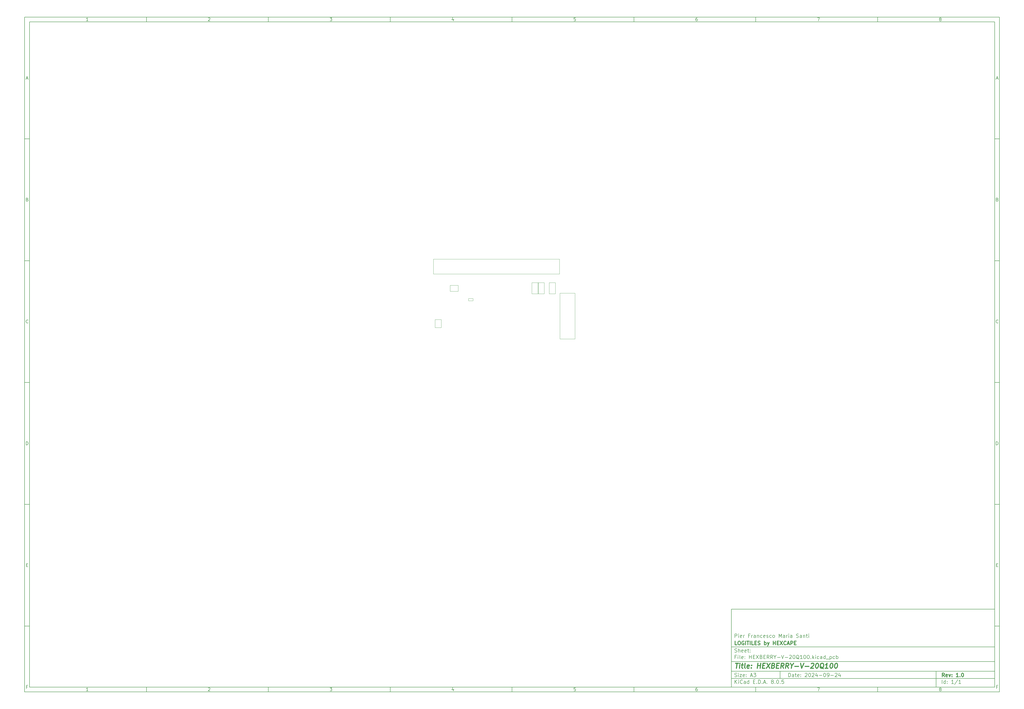
<source format=gbr>
%TF.GenerationSoftware,KiCad,Pcbnew,8.0.5-8.0.5-0~ubuntu24.04.1*%
%TF.CreationDate,2024-09-24T12:38:39+02:00*%
%TF.ProjectId,HEXBERRY-V-20Q100,48455842-4552-4525-992d-562d32305131,1.0*%
%TF.SameCoordinates,PX5f5e100PY5f5e100*%
%TF.FileFunction,Other,User*%
%FSLAX46Y46*%
G04 Gerber Fmt 4.6, Leading zero omitted, Abs format (unit mm)*
G04 Created by KiCad (PCBNEW 8.0.5-8.0.5-0~ubuntu24.04.1) date 2024-09-24 12:38:39*
%MOMM*%
%LPD*%
G01*
G04 APERTURE LIST*
%ADD10C,0.100000*%
%ADD11C,0.150000*%
%ADD12C,0.300000*%
%ADD13C,0.400000*%
%ADD14C,0.050000*%
G04 APERTURE END LIST*
D10*
D11*
X199989000Y-153002200D02*
X307989000Y-153002200D01*
X307989000Y-185002200D01*
X199989000Y-185002200D01*
X199989000Y-153002200D01*
D10*
D11*
X-90000000Y90000000D02*
X309989000Y90000000D01*
X309989000Y-187002200D01*
X-90000000Y-187002200D01*
X-90000000Y90000000D01*
D10*
D11*
X-88000000Y88000000D02*
X307989000Y88000000D01*
X307989000Y-185002200D01*
X-88000000Y-185002200D01*
X-88000000Y88000000D01*
D10*
D11*
X-40000000Y88000000D02*
X-40000000Y90000000D01*
D10*
D11*
X10000000Y88000000D02*
X10000000Y90000000D01*
D10*
D11*
X60000000Y88000000D02*
X60000000Y90000000D01*
D10*
D11*
X110000000Y88000000D02*
X110000000Y90000000D01*
D10*
D11*
X160000000Y88000000D02*
X160000000Y90000000D01*
D10*
D11*
X210000000Y88000000D02*
X210000000Y90000000D01*
D10*
D11*
X260000000Y88000000D02*
X260000000Y90000000D01*
D10*
D11*
X-63910840Y88406396D02*
X-64653697Y88406396D01*
X-64282269Y88406396D02*
X-64282269Y89706396D01*
X-64282269Y89706396D02*
X-64406078Y89520681D01*
X-64406078Y89520681D02*
X-64529888Y89396872D01*
X-64529888Y89396872D02*
X-64653697Y89334967D01*
D10*
D11*
X-14653697Y89582586D02*
X-14591793Y89644491D01*
X-14591793Y89644491D02*
X-14467983Y89706396D01*
X-14467983Y89706396D02*
X-14158459Y89706396D01*
X-14158459Y89706396D02*
X-14034650Y89644491D01*
X-14034650Y89644491D02*
X-13972745Y89582586D01*
X-13972745Y89582586D02*
X-13910840Y89458777D01*
X-13910840Y89458777D02*
X-13910840Y89334967D01*
X-13910840Y89334967D02*
X-13972745Y89149253D01*
X-13972745Y89149253D02*
X-14715602Y88406396D01*
X-14715602Y88406396D02*
X-13910840Y88406396D01*
D10*
D11*
X35284398Y89706396D02*
X36089160Y89706396D01*
X36089160Y89706396D02*
X35655826Y89211158D01*
X35655826Y89211158D02*
X35841541Y89211158D01*
X35841541Y89211158D02*
X35965350Y89149253D01*
X35965350Y89149253D02*
X36027255Y89087348D01*
X36027255Y89087348D02*
X36089160Y88963539D01*
X36089160Y88963539D02*
X36089160Y88654015D01*
X36089160Y88654015D02*
X36027255Y88530205D01*
X36027255Y88530205D02*
X35965350Y88468300D01*
X35965350Y88468300D02*
X35841541Y88406396D01*
X35841541Y88406396D02*
X35470112Y88406396D01*
X35470112Y88406396D02*
X35346303Y88468300D01*
X35346303Y88468300D02*
X35284398Y88530205D01*
D10*
D11*
X85965350Y89273062D02*
X85965350Y88406396D01*
X85655826Y89768300D02*
X85346303Y88839729D01*
X85346303Y88839729D02*
X86151064Y88839729D01*
D10*
D11*
X136027255Y89706396D02*
X135408207Y89706396D01*
X135408207Y89706396D02*
X135346303Y89087348D01*
X135346303Y89087348D02*
X135408207Y89149253D01*
X135408207Y89149253D02*
X135532017Y89211158D01*
X135532017Y89211158D02*
X135841541Y89211158D01*
X135841541Y89211158D02*
X135965350Y89149253D01*
X135965350Y89149253D02*
X136027255Y89087348D01*
X136027255Y89087348D02*
X136089160Y88963539D01*
X136089160Y88963539D02*
X136089160Y88654015D01*
X136089160Y88654015D02*
X136027255Y88530205D01*
X136027255Y88530205D02*
X135965350Y88468300D01*
X135965350Y88468300D02*
X135841541Y88406396D01*
X135841541Y88406396D02*
X135532017Y88406396D01*
X135532017Y88406396D02*
X135408207Y88468300D01*
X135408207Y88468300D02*
X135346303Y88530205D01*
D10*
D11*
X185965350Y89706396D02*
X185717731Y89706396D01*
X185717731Y89706396D02*
X185593922Y89644491D01*
X185593922Y89644491D02*
X185532017Y89582586D01*
X185532017Y89582586D02*
X185408207Y89396872D01*
X185408207Y89396872D02*
X185346303Y89149253D01*
X185346303Y89149253D02*
X185346303Y88654015D01*
X185346303Y88654015D02*
X185408207Y88530205D01*
X185408207Y88530205D02*
X185470112Y88468300D01*
X185470112Y88468300D02*
X185593922Y88406396D01*
X185593922Y88406396D02*
X185841541Y88406396D01*
X185841541Y88406396D02*
X185965350Y88468300D01*
X185965350Y88468300D02*
X186027255Y88530205D01*
X186027255Y88530205D02*
X186089160Y88654015D01*
X186089160Y88654015D02*
X186089160Y88963539D01*
X186089160Y88963539D02*
X186027255Y89087348D01*
X186027255Y89087348D02*
X185965350Y89149253D01*
X185965350Y89149253D02*
X185841541Y89211158D01*
X185841541Y89211158D02*
X185593922Y89211158D01*
X185593922Y89211158D02*
X185470112Y89149253D01*
X185470112Y89149253D02*
X185408207Y89087348D01*
X185408207Y89087348D02*
X185346303Y88963539D01*
D10*
D11*
X235284398Y89706396D02*
X236151064Y89706396D01*
X236151064Y89706396D02*
X235593922Y88406396D01*
D10*
D11*
X285593922Y89149253D02*
X285470112Y89211158D01*
X285470112Y89211158D02*
X285408207Y89273062D01*
X285408207Y89273062D02*
X285346303Y89396872D01*
X285346303Y89396872D02*
X285346303Y89458777D01*
X285346303Y89458777D02*
X285408207Y89582586D01*
X285408207Y89582586D02*
X285470112Y89644491D01*
X285470112Y89644491D02*
X285593922Y89706396D01*
X285593922Y89706396D02*
X285841541Y89706396D01*
X285841541Y89706396D02*
X285965350Y89644491D01*
X285965350Y89644491D02*
X286027255Y89582586D01*
X286027255Y89582586D02*
X286089160Y89458777D01*
X286089160Y89458777D02*
X286089160Y89396872D01*
X286089160Y89396872D02*
X286027255Y89273062D01*
X286027255Y89273062D02*
X285965350Y89211158D01*
X285965350Y89211158D02*
X285841541Y89149253D01*
X285841541Y89149253D02*
X285593922Y89149253D01*
X285593922Y89149253D02*
X285470112Y89087348D01*
X285470112Y89087348D02*
X285408207Y89025443D01*
X285408207Y89025443D02*
X285346303Y88901634D01*
X285346303Y88901634D02*
X285346303Y88654015D01*
X285346303Y88654015D02*
X285408207Y88530205D01*
X285408207Y88530205D02*
X285470112Y88468300D01*
X285470112Y88468300D02*
X285593922Y88406396D01*
X285593922Y88406396D02*
X285841541Y88406396D01*
X285841541Y88406396D02*
X285965350Y88468300D01*
X285965350Y88468300D02*
X286027255Y88530205D01*
X286027255Y88530205D02*
X286089160Y88654015D01*
X286089160Y88654015D02*
X286089160Y88901634D01*
X286089160Y88901634D02*
X286027255Y89025443D01*
X286027255Y89025443D02*
X285965350Y89087348D01*
X285965350Y89087348D02*
X285841541Y89149253D01*
D10*
D11*
X-40000000Y-185002200D02*
X-40000000Y-187002200D01*
D10*
D11*
X10000000Y-185002200D02*
X10000000Y-187002200D01*
D10*
D11*
X60000000Y-185002200D02*
X60000000Y-187002200D01*
D10*
D11*
X110000000Y-185002200D02*
X110000000Y-187002200D01*
D10*
D11*
X160000000Y-185002200D02*
X160000000Y-187002200D01*
D10*
D11*
X210000000Y-185002200D02*
X210000000Y-187002200D01*
D10*
D11*
X260000000Y-185002200D02*
X260000000Y-187002200D01*
D10*
D11*
X-63910840Y-186595804D02*
X-64653697Y-186595804D01*
X-64282269Y-186595804D02*
X-64282269Y-185295804D01*
X-64282269Y-185295804D02*
X-64406078Y-185481519D01*
X-64406078Y-185481519D02*
X-64529888Y-185605328D01*
X-64529888Y-185605328D02*
X-64653697Y-185667233D01*
D10*
D11*
X-14653697Y-185419614D02*
X-14591793Y-185357709D01*
X-14591793Y-185357709D02*
X-14467983Y-185295804D01*
X-14467983Y-185295804D02*
X-14158459Y-185295804D01*
X-14158459Y-185295804D02*
X-14034650Y-185357709D01*
X-14034650Y-185357709D02*
X-13972745Y-185419614D01*
X-13972745Y-185419614D02*
X-13910840Y-185543423D01*
X-13910840Y-185543423D02*
X-13910840Y-185667233D01*
X-13910840Y-185667233D02*
X-13972745Y-185852947D01*
X-13972745Y-185852947D02*
X-14715602Y-186595804D01*
X-14715602Y-186595804D02*
X-13910840Y-186595804D01*
D10*
D11*
X35284398Y-185295804D02*
X36089160Y-185295804D01*
X36089160Y-185295804D02*
X35655826Y-185791042D01*
X35655826Y-185791042D02*
X35841541Y-185791042D01*
X35841541Y-185791042D02*
X35965350Y-185852947D01*
X35965350Y-185852947D02*
X36027255Y-185914852D01*
X36027255Y-185914852D02*
X36089160Y-186038661D01*
X36089160Y-186038661D02*
X36089160Y-186348185D01*
X36089160Y-186348185D02*
X36027255Y-186471995D01*
X36027255Y-186471995D02*
X35965350Y-186533900D01*
X35965350Y-186533900D02*
X35841541Y-186595804D01*
X35841541Y-186595804D02*
X35470112Y-186595804D01*
X35470112Y-186595804D02*
X35346303Y-186533900D01*
X35346303Y-186533900D02*
X35284398Y-186471995D01*
D10*
D11*
X85965350Y-185729138D02*
X85965350Y-186595804D01*
X85655826Y-185233900D02*
X85346303Y-186162471D01*
X85346303Y-186162471D02*
X86151064Y-186162471D01*
D10*
D11*
X136027255Y-185295804D02*
X135408207Y-185295804D01*
X135408207Y-185295804D02*
X135346303Y-185914852D01*
X135346303Y-185914852D02*
X135408207Y-185852947D01*
X135408207Y-185852947D02*
X135532017Y-185791042D01*
X135532017Y-185791042D02*
X135841541Y-185791042D01*
X135841541Y-185791042D02*
X135965350Y-185852947D01*
X135965350Y-185852947D02*
X136027255Y-185914852D01*
X136027255Y-185914852D02*
X136089160Y-186038661D01*
X136089160Y-186038661D02*
X136089160Y-186348185D01*
X136089160Y-186348185D02*
X136027255Y-186471995D01*
X136027255Y-186471995D02*
X135965350Y-186533900D01*
X135965350Y-186533900D02*
X135841541Y-186595804D01*
X135841541Y-186595804D02*
X135532017Y-186595804D01*
X135532017Y-186595804D02*
X135408207Y-186533900D01*
X135408207Y-186533900D02*
X135346303Y-186471995D01*
D10*
D11*
X185965350Y-185295804D02*
X185717731Y-185295804D01*
X185717731Y-185295804D02*
X185593922Y-185357709D01*
X185593922Y-185357709D02*
X185532017Y-185419614D01*
X185532017Y-185419614D02*
X185408207Y-185605328D01*
X185408207Y-185605328D02*
X185346303Y-185852947D01*
X185346303Y-185852947D02*
X185346303Y-186348185D01*
X185346303Y-186348185D02*
X185408207Y-186471995D01*
X185408207Y-186471995D02*
X185470112Y-186533900D01*
X185470112Y-186533900D02*
X185593922Y-186595804D01*
X185593922Y-186595804D02*
X185841541Y-186595804D01*
X185841541Y-186595804D02*
X185965350Y-186533900D01*
X185965350Y-186533900D02*
X186027255Y-186471995D01*
X186027255Y-186471995D02*
X186089160Y-186348185D01*
X186089160Y-186348185D02*
X186089160Y-186038661D01*
X186089160Y-186038661D02*
X186027255Y-185914852D01*
X186027255Y-185914852D02*
X185965350Y-185852947D01*
X185965350Y-185852947D02*
X185841541Y-185791042D01*
X185841541Y-185791042D02*
X185593922Y-185791042D01*
X185593922Y-185791042D02*
X185470112Y-185852947D01*
X185470112Y-185852947D02*
X185408207Y-185914852D01*
X185408207Y-185914852D02*
X185346303Y-186038661D01*
D10*
D11*
X235284398Y-185295804D02*
X236151064Y-185295804D01*
X236151064Y-185295804D02*
X235593922Y-186595804D01*
D10*
D11*
X285593922Y-185852947D02*
X285470112Y-185791042D01*
X285470112Y-185791042D02*
X285408207Y-185729138D01*
X285408207Y-185729138D02*
X285346303Y-185605328D01*
X285346303Y-185605328D02*
X285346303Y-185543423D01*
X285346303Y-185543423D02*
X285408207Y-185419614D01*
X285408207Y-185419614D02*
X285470112Y-185357709D01*
X285470112Y-185357709D02*
X285593922Y-185295804D01*
X285593922Y-185295804D02*
X285841541Y-185295804D01*
X285841541Y-185295804D02*
X285965350Y-185357709D01*
X285965350Y-185357709D02*
X286027255Y-185419614D01*
X286027255Y-185419614D02*
X286089160Y-185543423D01*
X286089160Y-185543423D02*
X286089160Y-185605328D01*
X286089160Y-185605328D02*
X286027255Y-185729138D01*
X286027255Y-185729138D02*
X285965350Y-185791042D01*
X285965350Y-185791042D02*
X285841541Y-185852947D01*
X285841541Y-185852947D02*
X285593922Y-185852947D01*
X285593922Y-185852947D02*
X285470112Y-185914852D01*
X285470112Y-185914852D02*
X285408207Y-185976757D01*
X285408207Y-185976757D02*
X285346303Y-186100566D01*
X285346303Y-186100566D02*
X285346303Y-186348185D01*
X285346303Y-186348185D02*
X285408207Y-186471995D01*
X285408207Y-186471995D02*
X285470112Y-186533900D01*
X285470112Y-186533900D02*
X285593922Y-186595804D01*
X285593922Y-186595804D02*
X285841541Y-186595804D01*
X285841541Y-186595804D02*
X285965350Y-186533900D01*
X285965350Y-186533900D02*
X286027255Y-186471995D01*
X286027255Y-186471995D02*
X286089160Y-186348185D01*
X286089160Y-186348185D02*
X286089160Y-186100566D01*
X286089160Y-186100566D02*
X286027255Y-185976757D01*
X286027255Y-185976757D02*
X285965350Y-185914852D01*
X285965350Y-185914852D02*
X285841541Y-185852947D01*
D10*
D11*
X-90000000Y40000000D02*
X-88000000Y40000000D01*
D10*
D11*
X-90000000Y-10000000D02*
X-88000000Y-10000000D01*
D10*
D11*
X-90000000Y-60000000D02*
X-88000000Y-60000000D01*
D10*
D11*
X-90000000Y-110000000D02*
X-88000000Y-110000000D01*
D10*
D11*
X-90000000Y-160000000D02*
X-88000000Y-160000000D01*
D10*
D11*
X-89309524Y64777824D02*
X-88690477Y64777824D01*
X-89433334Y64406396D02*
X-89000001Y65706396D01*
X-89000001Y65706396D02*
X-88566667Y64406396D01*
D10*
D11*
X-88907143Y15087348D02*
X-88721429Y15025443D01*
X-88721429Y15025443D02*
X-88659524Y14963539D01*
X-88659524Y14963539D02*
X-88597620Y14839729D01*
X-88597620Y14839729D02*
X-88597620Y14654015D01*
X-88597620Y14654015D02*
X-88659524Y14530205D01*
X-88659524Y14530205D02*
X-88721429Y14468300D01*
X-88721429Y14468300D02*
X-88845239Y14406396D01*
X-88845239Y14406396D02*
X-89340477Y14406396D01*
X-89340477Y14406396D02*
X-89340477Y15706396D01*
X-89340477Y15706396D02*
X-88907143Y15706396D01*
X-88907143Y15706396D02*
X-88783334Y15644491D01*
X-88783334Y15644491D02*
X-88721429Y15582586D01*
X-88721429Y15582586D02*
X-88659524Y15458777D01*
X-88659524Y15458777D02*
X-88659524Y15334967D01*
X-88659524Y15334967D02*
X-88721429Y15211158D01*
X-88721429Y15211158D02*
X-88783334Y15149253D01*
X-88783334Y15149253D02*
X-88907143Y15087348D01*
X-88907143Y15087348D02*
X-89340477Y15087348D01*
D10*
D11*
X-88597620Y-35469795D02*
X-88659524Y-35531700D01*
X-88659524Y-35531700D02*
X-88845239Y-35593604D01*
X-88845239Y-35593604D02*
X-88969048Y-35593604D01*
X-88969048Y-35593604D02*
X-89154762Y-35531700D01*
X-89154762Y-35531700D02*
X-89278572Y-35407890D01*
X-89278572Y-35407890D02*
X-89340477Y-35284080D01*
X-89340477Y-35284080D02*
X-89402381Y-35036461D01*
X-89402381Y-35036461D02*
X-89402381Y-34850747D01*
X-89402381Y-34850747D02*
X-89340477Y-34603128D01*
X-89340477Y-34603128D02*
X-89278572Y-34479319D01*
X-89278572Y-34479319D02*
X-89154762Y-34355509D01*
X-89154762Y-34355509D02*
X-88969048Y-34293604D01*
X-88969048Y-34293604D02*
X-88845239Y-34293604D01*
X-88845239Y-34293604D02*
X-88659524Y-34355509D01*
X-88659524Y-34355509D02*
X-88597620Y-34417414D01*
D10*
D11*
X-89340477Y-85593604D02*
X-89340477Y-84293604D01*
X-89340477Y-84293604D02*
X-89030953Y-84293604D01*
X-89030953Y-84293604D02*
X-88845239Y-84355509D01*
X-88845239Y-84355509D02*
X-88721429Y-84479319D01*
X-88721429Y-84479319D02*
X-88659524Y-84603128D01*
X-88659524Y-84603128D02*
X-88597620Y-84850747D01*
X-88597620Y-84850747D02*
X-88597620Y-85036461D01*
X-88597620Y-85036461D02*
X-88659524Y-85284080D01*
X-88659524Y-85284080D02*
X-88721429Y-85407890D01*
X-88721429Y-85407890D02*
X-88845239Y-85531700D01*
X-88845239Y-85531700D02*
X-89030953Y-85593604D01*
X-89030953Y-85593604D02*
X-89340477Y-85593604D01*
D10*
D11*
X-89278572Y-134912652D02*
X-88845238Y-134912652D01*
X-88659524Y-135593604D02*
X-89278572Y-135593604D01*
X-89278572Y-135593604D02*
X-89278572Y-134293604D01*
X-89278572Y-134293604D02*
X-88659524Y-134293604D01*
D10*
D11*
X-88814286Y-184912652D02*
X-89247620Y-184912652D01*
X-89247620Y-185593604D02*
X-89247620Y-184293604D01*
X-89247620Y-184293604D02*
X-88628572Y-184293604D01*
D10*
D11*
X309989000Y40000000D02*
X307989000Y40000000D01*
D10*
D11*
X309989000Y-10000000D02*
X307989000Y-10000000D01*
D10*
D11*
X309989000Y-60000000D02*
X307989000Y-60000000D01*
D10*
D11*
X309989000Y-110000000D02*
X307989000Y-110000000D01*
D10*
D11*
X309989000Y-160000000D02*
X307989000Y-160000000D01*
D10*
D11*
X308679476Y64777824D02*
X309298523Y64777824D01*
X308555666Y64406396D02*
X308988999Y65706396D01*
X308988999Y65706396D02*
X309422333Y64406396D01*
D10*
D11*
X309081857Y15087348D02*
X309267571Y15025443D01*
X309267571Y15025443D02*
X309329476Y14963539D01*
X309329476Y14963539D02*
X309391380Y14839729D01*
X309391380Y14839729D02*
X309391380Y14654015D01*
X309391380Y14654015D02*
X309329476Y14530205D01*
X309329476Y14530205D02*
X309267571Y14468300D01*
X309267571Y14468300D02*
X309143761Y14406396D01*
X309143761Y14406396D02*
X308648523Y14406396D01*
X308648523Y14406396D02*
X308648523Y15706396D01*
X308648523Y15706396D02*
X309081857Y15706396D01*
X309081857Y15706396D02*
X309205666Y15644491D01*
X309205666Y15644491D02*
X309267571Y15582586D01*
X309267571Y15582586D02*
X309329476Y15458777D01*
X309329476Y15458777D02*
X309329476Y15334967D01*
X309329476Y15334967D02*
X309267571Y15211158D01*
X309267571Y15211158D02*
X309205666Y15149253D01*
X309205666Y15149253D02*
X309081857Y15087348D01*
X309081857Y15087348D02*
X308648523Y15087348D01*
D10*
D11*
X309391380Y-35469795D02*
X309329476Y-35531700D01*
X309329476Y-35531700D02*
X309143761Y-35593604D01*
X309143761Y-35593604D02*
X309019952Y-35593604D01*
X309019952Y-35593604D02*
X308834238Y-35531700D01*
X308834238Y-35531700D02*
X308710428Y-35407890D01*
X308710428Y-35407890D02*
X308648523Y-35284080D01*
X308648523Y-35284080D02*
X308586619Y-35036461D01*
X308586619Y-35036461D02*
X308586619Y-34850747D01*
X308586619Y-34850747D02*
X308648523Y-34603128D01*
X308648523Y-34603128D02*
X308710428Y-34479319D01*
X308710428Y-34479319D02*
X308834238Y-34355509D01*
X308834238Y-34355509D02*
X309019952Y-34293604D01*
X309019952Y-34293604D02*
X309143761Y-34293604D01*
X309143761Y-34293604D02*
X309329476Y-34355509D01*
X309329476Y-34355509D02*
X309391380Y-34417414D01*
D10*
D11*
X308648523Y-85593604D02*
X308648523Y-84293604D01*
X308648523Y-84293604D02*
X308958047Y-84293604D01*
X308958047Y-84293604D02*
X309143761Y-84355509D01*
X309143761Y-84355509D02*
X309267571Y-84479319D01*
X309267571Y-84479319D02*
X309329476Y-84603128D01*
X309329476Y-84603128D02*
X309391380Y-84850747D01*
X309391380Y-84850747D02*
X309391380Y-85036461D01*
X309391380Y-85036461D02*
X309329476Y-85284080D01*
X309329476Y-85284080D02*
X309267571Y-85407890D01*
X309267571Y-85407890D02*
X309143761Y-85531700D01*
X309143761Y-85531700D02*
X308958047Y-85593604D01*
X308958047Y-85593604D02*
X308648523Y-85593604D01*
D10*
D11*
X308710428Y-134912652D02*
X309143762Y-134912652D01*
X309329476Y-135593604D02*
X308710428Y-135593604D01*
X308710428Y-135593604D02*
X308710428Y-134293604D01*
X308710428Y-134293604D02*
X309329476Y-134293604D01*
D10*
D11*
X309174714Y-184912652D02*
X308741380Y-184912652D01*
X308741380Y-185593604D02*
X308741380Y-184293604D01*
X308741380Y-184293604D02*
X309360428Y-184293604D01*
D10*
D11*
X223444826Y-180788328D02*
X223444826Y-179288328D01*
X223444826Y-179288328D02*
X223801969Y-179288328D01*
X223801969Y-179288328D02*
X224016255Y-179359757D01*
X224016255Y-179359757D02*
X224159112Y-179502614D01*
X224159112Y-179502614D02*
X224230541Y-179645471D01*
X224230541Y-179645471D02*
X224301969Y-179931185D01*
X224301969Y-179931185D02*
X224301969Y-180145471D01*
X224301969Y-180145471D02*
X224230541Y-180431185D01*
X224230541Y-180431185D02*
X224159112Y-180574042D01*
X224159112Y-180574042D02*
X224016255Y-180716900D01*
X224016255Y-180716900D02*
X223801969Y-180788328D01*
X223801969Y-180788328D02*
X223444826Y-180788328D01*
X225587684Y-180788328D02*
X225587684Y-180002614D01*
X225587684Y-180002614D02*
X225516255Y-179859757D01*
X225516255Y-179859757D02*
X225373398Y-179788328D01*
X225373398Y-179788328D02*
X225087684Y-179788328D01*
X225087684Y-179788328D02*
X224944826Y-179859757D01*
X225587684Y-180716900D02*
X225444826Y-180788328D01*
X225444826Y-180788328D02*
X225087684Y-180788328D01*
X225087684Y-180788328D02*
X224944826Y-180716900D01*
X224944826Y-180716900D02*
X224873398Y-180574042D01*
X224873398Y-180574042D02*
X224873398Y-180431185D01*
X224873398Y-180431185D02*
X224944826Y-180288328D01*
X224944826Y-180288328D02*
X225087684Y-180216900D01*
X225087684Y-180216900D02*
X225444826Y-180216900D01*
X225444826Y-180216900D02*
X225587684Y-180145471D01*
X226087684Y-179788328D02*
X226659112Y-179788328D01*
X226301969Y-179288328D02*
X226301969Y-180574042D01*
X226301969Y-180574042D02*
X226373398Y-180716900D01*
X226373398Y-180716900D02*
X226516255Y-180788328D01*
X226516255Y-180788328D02*
X226659112Y-180788328D01*
X227730541Y-180716900D02*
X227587684Y-180788328D01*
X227587684Y-180788328D02*
X227301970Y-180788328D01*
X227301970Y-180788328D02*
X227159112Y-180716900D01*
X227159112Y-180716900D02*
X227087684Y-180574042D01*
X227087684Y-180574042D02*
X227087684Y-180002614D01*
X227087684Y-180002614D02*
X227159112Y-179859757D01*
X227159112Y-179859757D02*
X227301970Y-179788328D01*
X227301970Y-179788328D02*
X227587684Y-179788328D01*
X227587684Y-179788328D02*
X227730541Y-179859757D01*
X227730541Y-179859757D02*
X227801970Y-180002614D01*
X227801970Y-180002614D02*
X227801970Y-180145471D01*
X227801970Y-180145471D02*
X227087684Y-180288328D01*
X228444826Y-180645471D02*
X228516255Y-180716900D01*
X228516255Y-180716900D02*
X228444826Y-180788328D01*
X228444826Y-180788328D02*
X228373398Y-180716900D01*
X228373398Y-180716900D02*
X228444826Y-180645471D01*
X228444826Y-180645471D02*
X228444826Y-180788328D01*
X228444826Y-179859757D02*
X228516255Y-179931185D01*
X228516255Y-179931185D02*
X228444826Y-180002614D01*
X228444826Y-180002614D02*
X228373398Y-179931185D01*
X228373398Y-179931185D02*
X228444826Y-179859757D01*
X228444826Y-179859757D02*
X228444826Y-180002614D01*
X230230541Y-179431185D02*
X230301969Y-179359757D01*
X230301969Y-179359757D02*
X230444827Y-179288328D01*
X230444827Y-179288328D02*
X230801969Y-179288328D01*
X230801969Y-179288328D02*
X230944827Y-179359757D01*
X230944827Y-179359757D02*
X231016255Y-179431185D01*
X231016255Y-179431185D02*
X231087684Y-179574042D01*
X231087684Y-179574042D02*
X231087684Y-179716900D01*
X231087684Y-179716900D02*
X231016255Y-179931185D01*
X231016255Y-179931185D02*
X230159112Y-180788328D01*
X230159112Y-180788328D02*
X231087684Y-180788328D01*
X232016255Y-179288328D02*
X232159112Y-179288328D01*
X232159112Y-179288328D02*
X232301969Y-179359757D01*
X232301969Y-179359757D02*
X232373398Y-179431185D01*
X232373398Y-179431185D02*
X232444826Y-179574042D01*
X232444826Y-179574042D02*
X232516255Y-179859757D01*
X232516255Y-179859757D02*
X232516255Y-180216900D01*
X232516255Y-180216900D02*
X232444826Y-180502614D01*
X232444826Y-180502614D02*
X232373398Y-180645471D01*
X232373398Y-180645471D02*
X232301969Y-180716900D01*
X232301969Y-180716900D02*
X232159112Y-180788328D01*
X232159112Y-180788328D02*
X232016255Y-180788328D01*
X232016255Y-180788328D02*
X231873398Y-180716900D01*
X231873398Y-180716900D02*
X231801969Y-180645471D01*
X231801969Y-180645471D02*
X231730540Y-180502614D01*
X231730540Y-180502614D02*
X231659112Y-180216900D01*
X231659112Y-180216900D02*
X231659112Y-179859757D01*
X231659112Y-179859757D02*
X231730540Y-179574042D01*
X231730540Y-179574042D02*
X231801969Y-179431185D01*
X231801969Y-179431185D02*
X231873398Y-179359757D01*
X231873398Y-179359757D02*
X232016255Y-179288328D01*
X233087683Y-179431185D02*
X233159111Y-179359757D01*
X233159111Y-179359757D02*
X233301969Y-179288328D01*
X233301969Y-179288328D02*
X233659111Y-179288328D01*
X233659111Y-179288328D02*
X233801969Y-179359757D01*
X233801969Y-179359757D02*
X233873397Y-179431185D01*
X233873397Y-179431185D02*
X233944826Y-179574042D01*
X233944826Y-179574042D02*
X233944826Y-179716900D01*
X233944826Y-179716900D02*
X233873397Y-179931185D01*
X233873397Y-179931185D02*
X233016254Y-180788328D01*
X233016254Y-180788328D02*
X233944826Y-180788328D01*
X235230540Y-179788328D02*
X235230540Y-180788328D01*
X234873397Y-179216900D02*
X234516254Y-180288328D01*
X234516254Y-180288328D02*
X235444825Y-180288328D01*
X236016253Y-180216900D02*
X237159111Y-180216900D01*
X238159111Y-179288328D02*
X238301968Y-179288328D01*
X238301968Y-179288328D02*
X238444825Y-179359757D01*
X238444825Y-179359757D02*
X238516254Y-179431185D01*
X238516254Y-179431185D02*
X238587682Y-179574042D01*
X238587682Y-179574042D02*
X238659111Y-179859757D01*
X238659111Y-179859757D02*
X238659111Y-180216900D01*
X238659111Y-180216900D02*
X238587682Y-180502614D01*
X238587682Y-180502614D02*
X238516254Y-180645471D01*
X238516254Y-180645471D02*
X238444825Y-180716900D01*
X238444825Y-180716900D02*
X238301968Y-180788328D01*
X238301968Y-180788328D02*
X238159111Y-180788328D01*
X238159111Y-180788328D02*
X238016254Y-180716900D01*
X238016254Y-180716900D02*
X237944825Y-180645471D01*
X237944825Y-180645471D02*
X237873396Y-180502614D01*
X237873396Y-180502614D02*
X237801968Y-180216900D01*
X237801968Y-180216900D02*
X237801968Y-179859757D01*
X237801968Y-179859757D02*
X237873396Y-179574042D01*
X237873396Y-179574042D02*
X237944825Y-179431185D01*
X237944825Y-179431185D02*
X238016254Y-179359757D01*
X238016254Y-179359757D02*
X238159111Y-179288328D01*
X239373396Y-180788328D02*
X239659110Y-180788328D01*
X239659110Y-180788328D02*
X239801967Y-180716900D01*
X239801967Y-180716900D02*
X239873396Y-180645471D01*
X239873396Y-180645471D02*
X240016253Y-180431185D01*
X240016253Y-180431185D02*
X240087682Y-180145471D01*
X240087682Y-180145471D02*
X240087682Y-179574042D01*
X240087682Y-179574042D02*
X240016253Y-179431185D01*
X240016253Y-179431185D02*
X239944825Y-179359757D01*
X239944825Y-179359757D02*
X239801967Y-179288328D01*
X239801967Y-179288328D02*
X239516253Y-179288328D01*
X239516253Y-179288328D02*
X239373396Y-179359757D01*
X239373396Y-179359757D02*
X239301967Y-179431185D01*
X239301967Y-179431185D02*
X239230539Y-179574042D01*
X239230539Y-179574042D02*
X239230539Y-179931185D01*
X239230539Y-179931185D02*
X239301967Y-180074042D01*
X239301967Y-180074042D02*
X239373396Y-180145471D01*
X239373396Y-180145471D02*
X239516253Y-180216900D01*
X239516253Y-180216900D02*
X239801967Y-180216900D01*
X239801967Y-180216900D02*
X239944825Y-180145471D01*
X239944825Y-180145471D02*
X240016253Y-180074042D01*
X240016253Y-180074042D02*
X240087682Y-179931185D01*
X240730538Y-180216900D02*
X241873396Y-180216900D01*
X242516253Y-179431185D02*
X242587681Y-179359757D01*
X242587681Y-179359757D02*
X242730539Y-179288328D01*
X242730539Y-179288328D02*
X243087681Y-179288328D01*
X243087681Y-179288328D02*
X243230539Y-179359757D01*
X243230539Y-179359757D02*
X243301967Y-179431185D01*
X243301967Y-179431185D02*
X243373396Y-179574042D01*
X243373396Y-179574042D02*
X243373396Y-179716900D01*
X243373396Y-179716900D02*
X243301967Y-179931185D01*
X243301967Y-179931185D02*
X242444824Y-180788328D01*
X242444824Y-180788328D02*
X243373396Y-180788328D01*
X244659110Y-179788328D02*
X244659110Y-180788328D01*
X244301967Y-179216900D02*
X243944824Y-180288328D01*
X243944824Y-180288328D02*
X244873395Y-180288328D01*
D10*
D11*
X199989000Y-181502200D02*
X307989000Y-181502200D01*
D10*
D11*
X201444826Y-183588328D02*
X201444826Y-182088328D01*
X202301969Y-183588328D02*
X201659112Y-182731185D01*
X202301969Y-182088328D02*
X201444826Y-182945471D01*
X202944826Y-183588328D02*
X202944826Y-182588328D01*
X202944826Y-182088328D02*
X202873398Y-182159757D01*
X202873398Y-182159757D02*
X202944826Y-182231185D01*
X202944826Y-182231185D02*
X203016255Y-182159757D01*
X203016255Y-182159757D02*
X202944826Y-182088328D01*
X202944826Y-182088328D02*
X202944826Y-182231185D01*
X204516255Y-183445471D02*
X204444827Y-183516900D01*
X204444827Y-183516900D02*
X204230541Y-183588328D01*
X204230541Y-183588328D02*
X204087684Y-183588328D01*
X204087684Y-183588328D02*
X203873398Y-183516900D01*
X203873398Y-183516900D02*
X203730541Y-183374042D01*
X203730541Y-183374042D02*
X203659112Y-183231185D01*
X203659112Y-183231185D02*
X203587684Y-182945471D01*
X203587684Y-182945471D02*
X203587684Y-182731185D01*
X203587684Y-182731185D02*
X203659112Y-182445471D01*
X203659112Y-182445471D02*
X203730541Y-182302614D01*
X203730541Y-182302614D02*
X203873398Y-182159757D01*
X203873398Y-182159757D02*
X204087684Y-182088328D01*
X204087684Y-182088328D02*
X204230541Y-182088328D01*
X204230541Y-182088328D02*
X204444827Y-182159757D01*
X204444827Y-182159757D02*
X204516255Y-182231185D01*
X205801970Y-183588328D02*
X205801970Y-182802614D01*
X205801970Y-182802614D02*
X205730541Y-182659757D01*
X205730541Y-182659757D02*
X205587684Y-182588328D01*
X205587684Y-182588328D02*
X205301970Y-182588328D01*
X205301970Y-182588328D02*
X205159112Y-182659757D01*
X205801970Y-183516900D02*
X205659112Y-183588328D01*
X205659112Y-183588328D02*
X205301970Y-183588328D01*
X205301970Y-183588328D02*
X205159112Y-183516900D01*
X205159112Y-183516900D02*
X205087684Y-183374042D01*
X205087684Y-183374042D02*
X205087684Y-183231185D01*
X205087684Y-183231185D02*
X205159112Y-183088328D01*
X205159112Y-183088328D02*
X205301970Y-183016900D01*
X205301970Y-183016900D02*
X205659112Y-183016900D01*
X205659112Y-183016900D02*
X205801970Y-182945471D01*
X207159113Y-183588328D02*
X207159113Y-182088328D01*
X207159113Y-183516900D02*
X207016255Y-183588328D01*
X207016255Y-183588328D02*
X206730541Y-183588328D01*
X206730541Y-183588328D02*
X206587684Y-183516900D01*
X206587684Y-183516900D02*
X206516255Y-183445471D01*
X206516255Y-183445471D02*
X206444827Y-183302614D01*
X206444827Y-183302614D02*
X206444827Y-182874042D01*
X206444827Y-182874042D02*
X206516255Y-182731185D01*
X206516255Y-182731185D02*
X206587684Y-182659757D01*
X206587684Y-182659757D02*
X206730541Y-182588328D01*
X206730541Y-182588328D02*
X207016255Y-182588328D01*
X207016255Y-182588328D02*
X207159113Y-182659757D01*
X209016255Y-182802614D02*
X209516255Y-182802614D01*
X209730541Y-183588328D02*
X209016255Y-183588328D01*
X209016255Y-183588328D02*
X209016255Y-182088328D01*
X209016255Y-182088328D02*
X209730541Y-182088328D01*
X210373398Y-183445471D02*
X210444827Y-183516900D01*
X210444827Y-183516900D02*
X210373398Y-183588328D01*
X210373398Y-183588328D02*
X210301970Y-183516900D01*
X210301970Y-183516900D02*
X210373398Y-183445471D01*
X210373398Y-183445471D02*
X210373398Y-183588328D01*
X211087684Y-183588328D02*
X211087684Y-182088328D01*
X211087684Y-182088328D02*
X211444827Y-182088328D01*
X211444827Y-182088328D02*
X211659113Y-182159757D01*
X211659113Y-182159757D02*
X211801970Y-182302614D01*
X211801970Y-182302614D02*
X211873399Y-182445471D01*
X211873399Y-182445471D02*
X211944827Y-182731185D01*
X211944827Y-182731185D02*
X211944827Y-182945471D01*
X211944827Y-182945471D02*
X211873399Y-183231185D01*
X211873399Y-183231185D02*
X211801970Y-183374042D01*
X211801970Y-183374042D02*
X211659113Y-183516900D01*
X211659113Y-183516900D02*
X211444827Y-183588328D01*
X211444827Y-183588328D02*
X211087684Y-183588328D01*
X212587684Y-183445471D02*
X212659113Y-183516900D01*
X212659113Y-183516900D02*
X212587684Y-183588328D01*
X212587684Y-183588328D02*
X212516256Y-183516900D01*
X212516256Y-183516900D02*
X212587684Y-183445471D01*
X212587684Y-183445471D02*
X212587684Y-183588328D01*
X213230542Y-183159757D02*
X213944828Y-183159757D01*
X213087685Y-183588328D02*
X213587685Y-182088328D01*
X213587685Y-182088328D02*
X214087685Y-183588328D01*
X214587684Y-183445471D02*
X214659113Y-183516900D01*
X214659113Y-183516900D02*
X214587684Y-183588328D01*
X214587684Y-183588328D02*
X214516256Y-183516900D01*
X214516256Y-183516900D02*
X214587684Y-183445471D01*
X214587684Y-183445471D02*
X214587684Y-183588328D01*
X216659113Y-182731185D02*
X216516256Y-182659757D01*
X216516256Y-182659757D02*
X216444827Y-182588328D01*
X216444827Y-182588328D02*
X216373399Y-182445471D01*
X216373399Y-182445471D02*
X216373399Y-182374042D01*
X216373399Y-182374042D02*
X216444827Y-182231185D01*
X216444827Y-182231185D02*
X216516256Y-182159757D01*
X216516256Y-182159757D02*
X216659113Y-182088328D01*
X216659113Y-182088328D02*
X216944827Y-182088328D01*
X216944827Y-182088328D02*
X217087685Y-182159757D01*
X217087685Y-182159757D02*
X217159113Y-182231185D01*
X217159113Y-182231185D02*
X217230542Y-182374042D01*
X217230542Y-182374042D02*
X217230542Y-182445471D01*
X217230542Y-182445471D02*
X217159113Y-182588328D01*
X217159113Y-182588328D02*
X217087685Y-182659757D01*
X217087685Y-182659757D02*
X216944827Y-182731185D01*
X216944827Y-182731185D02*
X216659113Y-182731185D01*
X216659113Y-182731185D02*
X216516256Y-182802614D01*
X216516256Y-182802614D02*
X216444827Y-182874042D01*
X216444827Y-182874042D02*
X216373399Y-183016900D01*
X216373399Y-183016900D02*
X216373399Y-183302614D01*
X216373399Y-183302614D02*
X216444827Y-183445471D01*
X216444827Y-183445471D02*
X216516256Y-183516900D01*
X216516256Y-183516900D02*
X216659113Y-183588328D01*
X216659113Y-183588328D02*
X216944827Y-183588328D01*
X216944827Y-183588328D02*
X217087685Y-183516900D01*
X217087685Y-183516900D02*
X217159113Y-183445471D01*
X217159113Y-183445471D02*
X217230542Y-183302614D01*
X217230542Y-183302614D02*
X217230542Y-183016900D01*
X217230542Y-183016900D02*
X217159113Y-182874042D01*
X217159113Y-182874042D02*
X217087685Y-182802614D01*
X217087685Y-182802614D02*
X216944827Y-182731185D01*
X217873398Y-183445471D02*
X217944827Y-183516900D01*
X217944827Y-183516900D02*
X217873398Y-183588328D01*
X217873398Y-183588328D02*
X217801970Y-183516900D01*
X217801970Y-183516900D02*
X217873398Y-183445471D01*
X217873398Y-183445471D02*
X217873398Y-183588328D01*
X218873399Y-182088328D02*
X219016256Y-182088328D01*
X219016256Y-182088328D02*
X219159113Y-182159757D01*
X219159113Y-182159757D02*
X219230542Y-182231185D01*
X219230542Y-182231185D02*
X219301970Y-182374042D01*
X219301970Y-182374042D02*
X219373399Y-182659757D01*
X219373399Y-182659757D02*
X219373399Y-183016900D01*
X219373399Y-183016900D02*
X219301970Y-183302614D01*
X219301970Y-183302614D02*
X219230542Y-183445471D01*
X219230542Y-183445471D02*
X219159113Y-183516900D01*
X219159113Y-183516900D02*
X219016256Y-183588328D01*
X219016256Y-183588328D02*
X218873399Y-183588328D01*
X218873399Y-183588328D02*
X218730542Y-183516900D01*
X218730542Y-183516900D02*
X218659113Y-183445471D01*
X218659113Y-183445471D02*
X218587684Y-183302614D01*
X218587684Y-183302614D02*
X218516256Y-183016900D01*
X218516256Y-183016900D02*
X218516256Y-182659757D01*
X218516256Y-182659757D02*
X218587684Y-182374042D01*
X218587684Y-182374042D02*
X218659113Y-182231185D01*
X218659113Y-182231185D02*
X218730542Y-182159757D01*
X218730542Y-182159757D02*
X218873399Y-182088328D01*
X220016255Y-183445471D02*
X220087684Y-183516900D01*
X220087684Y-183516900D02*
X220016255Y-183588328D01*
X220016255Y-183588328D02*
X219944827Y-183516900D01*
X219944827Y-183516900D02*
X220016255Y-183445471D01*
X220016255Y-183445471D02*
X220016255Y-183588328D01*
X221444827Y-182088328D02*
X220730541Y-182088328D01*
X220730541Y-182088328D02*
X220659113Y-182802614D01*
X220659113Y-182802614D02*
X220730541Y-182731185D01*
X220730541Y-182731185D02*
X220873399Y-182659757D01*
X220873399Y-182659757D02*
X221230541Y-182659757D01*
X221230541Y-182659757D02*
X221373399Y-182731185D01*
X221373399Y-182731185D02*
X221444827Y-182802614D01*
X221444827Y-182802614D02*
X221516256Y-182945471D01*
X221516256Y-182945471D02*
X221516256Y-183302614D01*
X221516256Y-183302614D02*
X221444827Y-183445471D01*
X221444827Y-183445471D02*
X221373399Y-183516900D01*
X221373399Y-183516900D02*
X221230541Y-183588328D01*
X221230541Y-183588328D02*
X220873399Y-183588328D01*
X220873399Y-183588328D02*
X220730541Y-183516900D01*
X220730541Y-183516900D02*
X220659113Y-183445471D01*
D10*
D11*
X199989000Y-178502200D02*
X307989000Y-178502200D01*
D10*
D12*
X287400653Y-180780528D02*
X286900653Y-180066242D01*
X286543510Y-180780528D02*
X286543510Y-179280528D01*
X286543510Y-179280528D02*
X287114939Y-179280528D01*
X287114939Y-179280528D02*
X287257796Y-179351957D01*
X287257796Y-179351957D02*
X287329225Y-179423385D01*
X287329225Y-179423385D02*
X287400653Y-179566242D01*
X287400653Y-179566242D02*
X287400653Y-179780528D01*
X287400653Y-179780528D02*
X287329225Y-179923385D01*
X287329225Y-179923385D02*
X287257796Y-179994814D01*
X287257796Y-179994814D02*
X287114939Y-180066242D01*
X287114939Y-180066242D02*
X286543510Y-180066242D01*
X288614939Y-180709100D02*
X288472082Y-180780528D01*
X288472082Y-180780528D02*
X288186368Y-180780528D01*
X288186368Y-180780528D02*
X288043510Y-180709100D01*
X288043510Y-180709100D02*
X287972082Y-180566242D01*
X287972082Y-180566242D02*
X287972082Y-179994814D01*
X287972082Y-179994814D02*
X288043510Y-179851957D01*
X288043510Y-179851957D02*
X288186368Y-179780528D01*
X288186368Y-179780528D02*
X288472082Y-179780528D01*
X288472082Y-179780528D02*
X288614939Y-179851957D01*
X288614939Y-179851957D02*
X288686368Y-179994814D01*
X288686368Y-179994814D02*
X288686368Y-180137671D01*
X288686368Y-180137671D02*
X287972082Y-180280528D01*
X289186367Y-179780528D02*
X289543510Y-180780528D01*
X289543510Y-180780528D02*
X289900653Y-179780528D01*
X290472081Y-180637671D02*
X290543510Y-180709100D01*
X290543510Y-180709100D02*
X290472081Y-180780528D01*
X290472081Y-180780528D02*
X290400653Y-180709100D01*
X290400653Y-180709100D02*
X290472081Y-180637671D01*
X290472081Y-180637671D02*
X290472081Y-180780528D01*
X290472081Y-179851957D02*
X290543510Y-179923385D01*
X290543510Y-179923385D02*
X290472081Y-179994814D01*
X290472081Y-179994814D02*
X290400653Y-179923385D01*
X290400653Y-179923385D02*
X290472081Y-179851957D01*
X290472081Y-179851957D02*
X290472081Y-179994814D01*
X293114939Y-180780528D02*
X292257796Y-180780528D01*
X292686367Y-180780528D02*
X292686367Y-179280528D01*
X292686367Y-179280528D02*
X292543510Y-179494814D01*
X292543510Y-179494814D02*
X292400653Y-179637671D01*
X292400653Y-179637671D02*
X292257796Y-179709100D01*
X293757795Y-180637671D02*
X293829224Y-180709100D01*
X293829224Y-180709100D02*
X293757795Y-180780528D01*
X293757795Y-180780528D02*
X293686367Y-180709100D01*
X293686367Y-180709100D02*
X293757795Y-180637671D01*
X293757795Y-180637671D02*
X293757795Y-180780528D01*
X294757796Y-179280528D02*
X294900653Y-179280528D01*
X294900653Y-179280528D02*
X295043510Y-179351957D01*
X295043510Y-179351957D02*
X295114939Y-179423385D01*
X295114939Y-179423385D02*
X295186367Y-179566242D01*
X295186367Y-179566242D02*
X295257796Y-179851957D01*
X295257796Y-179851957D02*
X295257796Y-180209100D01*
X295257796Y-180209100D02*
X295186367Y-180494814D01*
X295186367Y-180494814D02*
X295114939Y-180637671D01*
X295114939Y-180637671D02*
X295043510Y-180709100D01*
X295043510Y-180709100D02*
X294900653Y-180780528D01*
X294900653Y-180780528D02*
X294757796Y-180780528D01*
X294757796Y-180780528D02*
X294614939Y-180709100D01*
X294614939Y-180709100D02*
X294543510Y-180637671D01*
X294543510Y-180637671D02*
X294472081Y-180494814D01*
X294472081Y-180494814D02*
X294400653Y-180209100D01*
X294400653Y-180209100D02*
X294400653Y-179851957D01*
X294400653Y-179851957D02*
X294472081Y-179566242D01*
X294472081Y-179566242D02*
X294543510Y-179423385D01*
X294543510Y-179423385D02*
X294614939Y-179351957D01*
X294614939Y-179351957D02*
X294757796Y-179280528D01*
D10*
D11*
X201373398Y-180716900D02*
X201587684Y-180788328D01*
X201587684Y-180788328D02*
X201944826Y-180788328D01*
X201944826Y-180788328D02*
X202087684Y-180716900D01*
X202087684Y-180716900D02*
X202159112Y-180645471D01*
X202159112Y-180645471D02*
X202230541Y-180502614D01*
X202230541Y-180502614D02*
X202230541Y-180359757D01*
X202230541Y-180359757D02*
X202159112Y-180216900D01*
X202159112Y-180216900D02*
X202087684Y-180145471D01*
X202087684Y-180145471D02*
X201944826Y-180074042D01*
X201944826Y-180074042D02*
X201659112Y-180002614D01*
X201659112Y-180002614D02*
X201516255Y-179931185D01*
X201516255Y-179931185D02*
X201444826Y-179859757D01*
X201444826Y-179859757D02*
X201373398Y-179716900D01*
X201373398Y-179716900D02*
X201373398Y-179574042D01*
X201373398Y-179574042D02*
X201444826Y-179431185D01*
X201444826Y-179431185D02*
X201516255Y-179359757D01*
X201516255Y-179359757D02*
X201659112Y-179288328D01*
X201659112Y-179288328D02*
X202016255Y-179288328D01*
X202016255Y-179288328D02*
X202230541Y-179359757D01*
X202873397Y-180788328D02*
X202873397Y-179788328D01*
X202873397Y-179288328D02*
X202801969Y-179359757D01*
X202801969Y-179359757D02*
X202873397Y-179431185D01*
X202873397Y-179431185D02*
X202944826Y-179359757D01*
X202944826Y-179359757D02*
X202873397Y-179288328D01*
X202873397Y-179288328D02*
X202873397Y-179431185D01*
X203444826Y-179788328D02*
X204230541Y-179788328D01*
X204230541Y-179788328D02*
X203444826Y-180788328D01*
X203444826Y-180788328D02*
X204230541Y-180788328D01*
X205373398Y-180716900D02*
X205230541Y-180788328D01*
X205230541Y-180788328D02*
X204944827Y-180788328D01*
X204944827Y-180788328D02*
X204801969Y-180716900D01*
X204801969Y-180716900D02*
X204730541Y-180574042D01*
X204730541Y-180574042D02*
X204730541Y-180002614D01*
X204730541Y-180002614D02*
X204801969Y-179859757D01*
X204801969Y-179859757D02*
X204944827Y-179788328D01*
X204944827Y-179788328D02*
X205230541Y-179788328D01*
X205230541Y-179788328D02*
X205373398Y-179859757D01*
X205373398Y-179859757D02*
X205444827Y-180002614D01*
X205444827Y-180002614D02*
X205444827Y-180145471D01*
X205444827Y-180145471D02*
X204730541Y-180288328D01*
X206087683Y-180645471D02*
X206159112Y-180716900D01*
X206159112Y-180716900D02*
X206087683Y-180788328D01*
X206087683Y-180788328D02*
X206016255Y-180716900D01*
X206016255Y-180716900D02*
X206087683Y-180645471D01*
X206087683Y-180645471D02*
X206087683Y-180788328D01*
X206087683Y-179859757D02*
X206159112Y-179931185D01*
X206159112Y-179931185D02*
X206087683Y-180002614D01*
X206087683Y-180002614D02*
X206016255Y-179931185D01*
X206016255Y-179931185D02*
X206087683Y-179859757D01*
X206087683Y-179859757D02*
X206087683Y-180002614D01*
X207873398Y-180359757D02*
X208587684Y-180359757D01*
X207730541Y-180788328D02*
X208230541Y-179288328D01*
X208230541Y-179288328D02*
X208730541Y-180788328D01*
X209087683Y-179288328D02*
X210016255Y-179288328D01*
X210016255Y-179288328D02*
X209516255Y-179859757D01*
X209516255Y-179859757D02*
X209730540Y-179859757D01*
X209730540Y-179859757D02*
X209873398Y-179931185D01*
X209873398Y-179931185D02*
X209944826Y-180002614D01*
X209944826Y-180002614D02*
X210016255Y-180145471D01*
X210016255Y-180145471D02*
X210016255Y-180502614D01*
X210016255Y-180502614D02*
X209944826Y-180645471D01*
X209944826Y-180645471D02*
X209873398Y-180716900D01*
X209873398Y-180716900D02*
X209730540Y-180788328D01*
X209730540Y-180788328D02*
X209301969Y-180788328D01*
X209301969Y-180788328D02*
X209159112Y-180716900D01*
X209159112Y-180716900D02*
X209087683Y-180645471D01*
D10*
D11*
X286444826Y-183588328D02*
X286444826Y-182088328D01*
X287801970Y-183588328D02*
X287801970Y-182088328D01*
X287801970Y-183516900D02*
X287659112Y-183588328D01*
X287659112Y-183588328D02*
X287373398Y-183588328D01*
X287373398Y-183588328D02*
X287230541Y-183516900D01*
X287230541Y-183516900D02*
X287159112Y-183445471D01*
X287159112Y-183445471D02*
X287087684Y-183302614D01*
X287087684Y-183302614D02*
X287087684Y-182874042D01*
X287087684Y-182874042D02*
X287159112Y-182731185D01*
X287159112Y-182731185D02*
X287230541Y-182659757D01*
X287230541Y-182659757D02*
X287373398Y-182588328D01*
X287373398Y-182588328D02*
X287659112Y-182588328D01*
X287659112Y-182588328D02*
X287801970Y-182659757D01*
X288516255Y-183445471D02*
X288587684Y-183516900D01*
X288587684Y-183516900D02*
X288516255Y-183588328D01*
X288516255Y-183588328D02*
X288444827Y-183516900D01*
X288444827Y-183516900D02*
X288516255Y-183445471D01*
X288516255Y-183445471D02*
X288516255Y-183588328D01*
X288516255Y-182659757D02*
X288587684Y-182731185D01*
X288587684Y-182731185D02*
X288516255Y-182802614D01*
X288516255Y-182802614D02*
X288444827Y-182731185D01*
X288444827Y-182731185D02*
X288516255Y-182659757D01*
X288516255Y-182659757D02*
X288516255Y-182802614D01*
X291159113Y-183588328D02*
X290301970Y-183588328D01*
X290730541Y-183588328D02*
X290730541Y-182088328D01*
X290730541Y-182088328D02*
X290587684Y-182302614D01*
X290587684Y-182302614D02*
X290444827Y-182445471D01*
X290444827Y-182445471D02*
X290301970Y-182516900D01*
X292873398Y-182016900D02*
X291587684Y-183945471D01*
X294159113Y-183588328D02*
X293301970Y-183588328D01*
X293730541Y-183588328D02*
X293730541Y-182088328D01*
X293730541Y-182088328D02*
X293587684Y-182302614D01*
X293587684Y-182302614D02*
X293444827Y-182445471D01*
X293444827Y-182445471D02*
X293301970Y-182516900D01*
D10*
D11*
X199989000Y-174502200D02*
X307989000Y-174502200D01*
D10*
D13*
X201680728Y-175206638D02*
X202823585Y-175206638D01*
X202002157Y-177206638D02*
X202252157Y-175206638D01*
X203240252Y-177206638D02*
X203406919Y-175873304D01*
X203490252Y-175206638D02*
X203383109Y-175301876D01*
X203383109Y-175301876D02*
X203466443Y-175397114D01*
X203466443Y-175397114D02*
X203573586Y-175301876D01*
X203573586Y-175301876D02*
X203490252Y-175206638D01*
X203490252Y-175206638D02*
X203466443Y-175397114D01*
X204073586Y-175873304D02*
X204835490Y-175873304D01*
X204442633Y-175206638D02*
X204228348Y-176920923D01*
X204228348Y-176920923D02*
X204299776Y-177111400D01*
X204299776Y-177111400D02*
X204478348Y-177206638D01*
X204478348Y-177206638D02*
X204668824Y-177206638D01*
X205621205Y-177206638D02*
X205442633Y-177111400D01*
X205442633Y-177111400D02*
X205371205Y-176920923D01*
X205371205Y-176920923D02*
X205585490Y-175206638D01*
X207156919Y-177111400D02*
X206954538Y-177206638D01*
X206954538Y-177206638D02*
X206573585Y-177206638D01*
X206573585Y-177206638D02*
X206395014Y-177111400D01*
X206395014Y-177111400D02*
X206323585Y-176920923D01*
X206323585Y-176920923D02*
X206418824Y-176159019D01*
X206418824Y-176159019D02*
X206537871Y-175968542D01*
X206537871Y-175968542D02*
X206740252Y-175873304D01*
X206740252Y-175873304D02*
X207121204Y-175873304D01*
X207121204Y-175873304D02*
X207299776Y-175968542D01*
X207299776Y-175968542D02*
X207371204Y-176159019D01*
X207371204Y-176159019D02*
X207347395Y-176349495D01*
X207347395Y-176349495D02*
X206371204Y-176539971D01*
X208121205Y-177016161D02*
X208204538Y-177111400D01*
X208204538Y-177111400D02*
X208097395Y-177206638D01*
X208097395Y-177206638D02*
X208014062Y-177111400D01*
X208014062Y-177111400D02*
X208121205Y-177016161D01*
X208121205Y-177016161D02*
X208097395Y-177206638D01*
X208252157Y-175968542D02*
X208335490Y-176063780D01*
X208335490Y-176063780D02*
X208228348Y-176159019D01*
X208228348Y-176159019D02*
X208145014Y-176063780D01*
X208145014Y-176063780D02*
X208252157Y-175968542D01*
X208252157Y-175968542D02*
X208228348Y-176159019D01*
X210573586Y-177206638D02*
X210823586Y-175206638D01*
X210704539Y-176159019D02*
X211847396Y-176159019D01*
X211716443Y-177206638D02*
X211966443Y-175206638D01*
X212799777Y-176159019D02*
X213466443Y-176159019D01*
X213621205Y-177206638D02*
X212668824Y-177206638D01*
X212668824Y-177206638D02*
X212918824Y-175206638D01*
X212918824Y-175206638D02*
X213871205Y-175206638D01*
X214537872Y-175206638D02*
X215621205Y-177206638D01*
X215871205Y-175206638D02*
X214287872Y-177206638D01*
X217180729Y-176159019D02*
X217454539Y-176254257D01*
X217454539Y-176254257D02*
X217537872Y-176349495D01*
X217537872Y-176349495D02*
X217609301Y-176539971D01*
X217609301Y-176539971D02*
X217573586Y-176825685D01*
X217573586Y-176825685D02*
X217454539Y-177016161D01*
X217454539Y-177016161D02*
X217347396Y-177111400D01*
X217347396Y-177111400D02*
X217145015Y-177206638D01*
X217145015Y-177206638D02*
X216383110Y-177206638D01*
X216383110Y-177206638D02*
X216633110Y-175206638D01*
X216633110Y-175206638D02*
X217299777Y-175206638D01*
X217299777Y-175206638D02*
X217478348Y-175301876D01*
X217478348Y-175301876D02*
X217561682Y-175397114D01*
X217561682Y-175397114D02*
X217633110Y-175587590D01*
X217633110Y-175587590D02*
X217609301Y-175778066D01*
X217609301Y-175778066D02*
X217490253Y-175968542D01*
X217490253Y-175968542D02*
X217383110Y-176063780D01*
X217383110Y-176063780D02*
X217180729Y-176159019D01*
X217180729Y-176159019D02*
X216514063Y-176159019D01*
X218514063Y-176159019D02*
X219180729Y-176159019D01*
X219335491Y-177206638D02*
X218383110Y-177206638D01*
X218383110Y-177206638D02*
X218633110Y-175206638D01*
X218633110Y-175206638D02*
X219585491Y-175206638D01*
X221335491Y-177206638D02*
X220787872Y-176254257D01*
X220192634Y-177206638D02*
X220442634Y-175206638D01*
X220442634Y-175206638D02*
X221204539Y-175206638D01*
X221204539Y-175206638D02*
X221383110Y-175301876D01*
X221383110Y-175301876D02*
X221466444Y-175397114D01*
X221466444Y-175397114D02*
X221537872Y-175587590D01*
X221537872Y-175587590D02*
X221502158Y-175873304D01*
X221502158Y-175873304D02*
X221383110Y-176063780D01*
X221383110Y-176063780D02*
X221275968Y-176159019D01*
X221275968Y-176159019D02*
X221073587Y-176254257D01*
X221073587Y-176254257D02*
X220311682Y-176254257D01*
X223335491Y-177206638D02*
X222787872Y-176254257D01*
X222192634Y-177206638D02*
X222442634Y-175206638D01*
X222442634Y-175206638D02*
X223204539Y-175206638D01*
X223204539Y-175206638D02*
X223383110Y-175301876D01*
X223383110Y-175301876D02*
X223466444Y-175397114D01*
X223466444Y-175397114D02*
X223537872Y-175587590D01*
X223537872Y-175587590D02*
X223502158Y-175873304D01*
X223502158Y-175873304D02*
X223383110Y-176063780D01*
X223383110Y-176063780D02*
X223275968Y-176159019D01*
X223275968Y-176159019D02*
X223073587Y-176254257D01*
X223073587Y-176254257D02*
X222311682Y-176254257D01*
X224692634Y-176254257D02*
X224573587Y-177206638D01*
X224156920Y-175206638D02*
X224692634Y-176254257D01*
X224692634Y-176254257D02*
X225490253Y-175206638D01*
X226002158Y-176444733D02*
X227525968Y-176444733D01*
X228347396Y-175206638D02*
X228764063Y-177206638D01*
X228764063Y-177206638D02*
X229680729Y-175206638D01*
X230192634Y-176444733D02*
X231716444Y-176444733D01*
X232704539Y-175397114D02*
X232811681Y-175301876D01*
X232811681Y-175301876D02*
X233014062Y-175206638D01*
X233014062Y-175206638D02*
X233490253Y-175206638D01*
X233490253Y-175206638D02*
X233668824Y-175301876D01*
X233668824Y-175301876D02*
X233752158Y-175397114D01*
X233752158Y-175397114D02*
X233823586Y-175587590D01*
X233823586Y-175587590D02*
X233799777Y-175778066D01*
X233799777Y-175778066D02*
X233668824Y-176063780D01*
X233668824Y-176063780D02*
X232383110Y-177206638D01*
X232383110Y-177206638D02*
X233621205Y-177206638D01*
X235109301Y-175206638D02*
X235299777Y-175206638D01*
X235299777Y-175206638D02*
X235478348Y-175301876D01*
X235478348Y-175301876D02*
X235561682Y-175397114D01*
X235561682Y-175397114D02*
X235633110Y-175587590D01*
X235633110Y-175587590D02*
X235680729Y-175968542D01*
X235680729Y-175968542D02*
X235621205Y-176444733D01*
X235621205Y-176444733D02*
X235478348Y-176825685D01*
X235478348Y-176825685D02*
X235359301Y-177016161D01*
X235359301Y-177016161D02*
X235252158Y-177111400D01*
X235252158Y-177111400D02*
X235049777Y-177206638D01*
X235049777Y-177206638D02*
X234859301Y-177206638D01*
X234859301Y-177206638D02*
X234680729Y-177111400D01*
X234680729Y-177111400D02*
X234597396Y-177016161D01*
X234597396Y-177016161D02*
X234525967Y-176825685D01*
X234525967Y-176825685D02*
X234478348Y-176444733D01*
X234478348Y-176444733D02*
X234537872Y-175968542D01*
X234537872Y-175968542D02*
X234680729Y-175587590D01*
X234680729Y-175587590D02*
X234799777Y-175397114D01*
X234799777Y-175397114D02*
X234906920Y-175301876D01*
X234906920Y-175301876D02*
X235109301Y-175206638D01*
X237692634Y-177397114D02*
X237514063Y-177301876D01*
X237514063Y-177301876D02*
X237347396Y-177111400D01*
X237347396Y-177111400D02*
X237097396Y-176825685D01*
X237097396Y-176825685D02*
X236918825Y-176730447D01*
X236918825Y-176730447D02*
X236728348Y-176730447D01*
X236764063Y-177206638D02*
X236585491Y-177111400D01*
X236585491Y-177111400D02*
X236418825Y-176920923D01*
X236418825Y-176920923D02*
X236371205Y-176539971D01*
X236371205Y-176539971D02*
X236454539Y-175873304D01*
X236454539Y-175873304D02*
X236597396Y-175492352D01*
X236597396Y-175492352D02*
X236811682Y-175301876D01*
X236811682Y-175301876D02*
X237014063Y-175206638D01*
X237014063Y-175206638D02*
X237395015Y-175206638D01*
X237395015Y-175206638D02*
X237573586Y-175301876D01*
X237573586Y-175301876D02*
X237740253Y-175492352D01*
X237740253Y-175492352D02*
X237787872Y-175873304D01*
X237787872Y-175873304D02*
X237704539Y-176539971D01*
X237704539Y-176539971D02*
X237561682Y-176920923D01*
X237561682Y-176920923D02*
X237347396Y-177111400D01*
X237347396Y-177111400D02*
X237145015Y-177206638D01*
X237145015Y-177206638D02*
X236764063Y-177206638D01*
X239525967Y-177206638D02*
X238383110Y-177206638D01*
X238954539Y-177206638D02*
X239204539Y-175206638D01*
X239204539Y-175206638D02*
X238978348Y-175492352D01*
X238978348Y-175492352D02*
X238764063Y-175682828D01*
X238764063Y-175682828D02*
X238561682Y-175778066D01*
X241014063Y-175206638D02*
X241204539Y-175206638D01*
X241204539Y-175206638D02*
X241383110Y-175301876D01*
X241383110Y-175301876D02*
X241466444Y-175397114D01*
X241466444Y-175397114D02*
X241537872Y-175587590D01*
X241537872Y-175587590D02*
X241585491Y-175968542D01*
X241585491Y-175968542D02*
X241525967Y-176444733D01*
X241525967Y-176444733D02*
X241383110Y-176825685D01*
X241383110Y-176825685D02*
X241264063Y-177016161D01*
X241264063Y-177016161D02*
X241156920Y-177111400D01*
X241156920Y-177111400D02*
X240954539Y-177206638D01*
X240954539Y-177206638D02*
X240764063Y-177206638D01*
X240764063Y-177206638D02*
X240585491Y-177111400D01*
X240585491Y-177111400D02*
X240502158Y-177016161D01*
X240502158Y-177016161D02*
X240430729Y-176825685D01*
X240430729Y-176825685D02*
X240383110Y-176444733D01*
X240383110Y-176444733D02*
X240442634Y-175968542D01*
X240442634Y-175968542D02*
X240585491Y-175587590D01*
X240585491Y-175587590D02*
X240704539Y-175397114D01*
X240704539Y-175397114D02*
X240811682Y-175301876D01*
X240811682Y-175301876D02*
X241014063Y-175206638D01*
X242918825Y-175206638D02*
X243109301Y-175206638D01*
X243109301Y-175206638D02*
X243287872Y-175301876D01*
X243287872Y-175301876D02*
X243371206Y-175397114D01*
X243371206Y-175397114D02*
X243442634Y-175587590D01*
X243442634Y-175587590D02*
X243490253Y-175968542D01*
X243490253Y-175968542D02*
X243430729Y-176444733D01*
X243430729Y-176444733D02*
X243287872Y-176825685D01*
X243287872Y-176825685D02*
X243168825Y-177016161D01*
X243168825Y-177016161D02*
X243061682Y-177111400D01*
X243061682Y-177111400D02*
X242859301Y-177206638D01*
X242859301Y-177206638D02*
X242668825Y-177206638D01*
X242668825Y-177206638D02*
X242490253Y-177111400D01*
X242490253Y-177111400D02*
X242406920Y-177016161D01*
X242406920Y-177016161D02*
X242335491Y-176825685D01*
X242335491Y-176825685D02*
X242287872Y-176444733D01*
X242287872Y-176444733D02*
X242347396Y-175968542D01*
X242347396Y-175968542D02*
X242490253Y-175587590D01*
X242490253Y-175587590D02*
X242609301Y-175397114D01*
X242609301Y-175397114D02*
X242716444Y-175301876D01*
X242716444Y-175301876D02*
X242918825Y-175206638D01*
D10*
D11*
X201944826Y-172602614D02*
X201444826Y-172602614D01*
X201444826Y-173388328D02*
X201444826Y-171888328D01*
X201444826Y-171888328D02*
X202159112Y-171888328D01*
X202730540Y-173388328D02*
X202730540Y-172388328D01*
X202730540Y-171888328D02*
X202659112Y-171959757D01*
X202659112Y-171959757D02*
X202730540Y-172031185D01*
X202730540Y-172031185D02*
X202801969Y-171959757D01*
X202801969Y-171959757D02*
X202730540Y-171888328D01*
X202730540Y-171888328D02*
X202730540Y-172031185D01*
X203659112Y-173388328D02*
X203516255Y-173316900D01*
X203516255Y-173316900D02*
X203444826Y-173174042D01*
X203444826Y-173174042D02*
X203444826Y-171888328D01*
X204801969Y-173316900D02*
X204659112Y-173388328D01*
X204659112Y-173388328D02*
X204373398Y-173388328D01*
X204373398Y-173388328D02*
X204230540Y-173316900D01*
X204230540Y-173316900D02*
X204159112Y-173174042D01*
X204159112Y-173174042D02*
X204159112Y-172602614D01*
X204159112Y-172602614D02*
X204230540Y-172459757D01*
X204230540Y-172459757D02*
X204373398Y-172388328D01*
X204373398Y-172388328D02*
X204659112Y-172388328D01*
X204659112Y-172388328D02*
X204801969Y-172459757D01*
X204801969Y-172459757D02*
X204873398Y-172602614D01*
X204873398Y-172602614D02*
X204873398Y-172745471D01*
X204873398Y-172745471D02*
X204159112Y-172888328D01*
X205516254Y-173245471D02*
X205587683Y-173316900D01*
X205587683Y-173316900D02*
X205516254Y-173388328D01*
X205516254Y-173388328D02*
X205444826Y-173316900D01*
X205444826Y-173316900D02*
X205516254Y-173245471D01*
X205516254Y-173245471D02*
X205516254Y-173388328D01*
X205516254Y-172459757D02*
X205587683Y-172531185D01*
X205587683Y-172531185D02*
X205516254Y-172602614D01*
X205516254Y-172602614D02*
X205444826Y-172531185D01*
X205444826Y-172531185D02*
X205516254Y-172459757D01*
X205516254Y-172459757D02*
X205516254Y-172602614D01*
X207373397Y-173388328D02*
X207373397Y-171888328D01*
X207373397Y-172602614D02*
X208230540Y-172602614D01*
X208230540Y-173388328D02*
X208230540Y-171888328D01*
X208944826Y-172602614D02*
X209444826Y-172602614D01*
X209659112Y-173388328D02*
X208944826Y-173388328D01*
X208944826Y-173388328D02*
X208944826Y-171888328D01*
X208944826Y-171888328D02*
X209659112Y-171888328D01*
X210159112Y-171888328D02*
X211159112Y-173388328D01*
X211159112Y-171888328D02*
X210159112Y-173388328D01*
X212230540Y-172602614D02*
X212444826Y-172674042D01*
X212444826Y-172674042D02*
X212516255Y-172745471D01*
X212516255Y-172745471D02*
X212587683Y-172888328D01*
X212587683Y-172888328D02*
X212587683Y-173102614D01*
X212587683Y-173102614D02*
X212516255Y-173245471D01*
X212516255Y-173245471D02*
X212444826Y-173316900D01*
X212444826Y-173316900D02*
X212301969Y-173388328D01*
X212301969Y-173388328D02*
X211730540Y-173388328D01*
X211730540Y-173388328D02*
X211730540Y-171888328D01*
X211730540Y-171888328D02*
X212230540Y-171888328D01*
X212230540Y-171888328D02*
X212373398Y-171959757D01*
X212373398Y-171959757D02*
X212444826Y-172031185D01*
X212444826Y-172031185D02*
X212516255Y-172174042D01*
X212516255Y-172174042D02*
X212516255Y-172316900D01*
X212516255Y-172316900D02*
X212444826Y-172459757D01*
X212444826Y-172459757D02*
X212373398Y-172531185D01*
X212373398Y-172531185D02*
X212230540Y-172602614D01*
X212230540Y-172602614D02*
X211730540Y-172602614D01*
X213230540Y-172602614D02*
X213730540Y-172602614D01*
X213944826Y-173388328D02*
X213230540Y-173388328D01*
X213230540Y-173388328D02*
X213230540Y-171888328D01*
X213230540Y-171888328D02*
X213944826Y-171888328D01*
X215444826Y-173388328D02*
X214944826Y-172674042D01*
X214587683Y-173388328D02*
X214587683Y-171888328D01*
X214587683Y-171888328D02*
X215159112Y-171888328D01*
X215159112Y-171888328D02*
X215301969Y-171959757D01*
X215301969Y-171959757D02*
X215373398Y-172031185D01*
X215373398Y-172031185D02*
X215444826Y-172174042D01*
X215444826Y-172174042D02*
X215444826Y-172388328D01*
X215444826Y-172388328D02*
X215373398Y-172531185D01*
X215373398Y-172531185D02*
X215301969Y-172602614D01*
X215301969Y-172602614D02*
X215159112Y-172674042D01*
X215159112Y-172674042D02*
X214587683Y-172674042D01*
X216944826Y-173388328D02*
X216444826Y-172674042D01*
X216087683Y-173388328D02*
X216087683Y-171888328D01*
X216087683Y-171888328D02*
X216659112Y-171888328D01*
X216659112Y-171888328D02*
X216801969Y-171959757D01*
X216801969Y-171959757D02*
X216873398Y-172031185D01*
X216873398Y-172031185D02*
X216944826Y-172174042D01*
X216944826Y-172174042D02*
X216944826Y-172388328D01*
X216944826Y-172388328D02*
X216873398Y-172531185D01*
X216873398Y-172531185D02*
X216801969Y-172602614D01*
X216801969Y-172602614D02*
X216659112Y-172674042D01*
X216659112Y-172674042D02*
X216087683Y-172674042D01*
X217873398Y-172674042D02*
X217873398Y-173388328D01*
X217373398Y-171888328D02*
X217873398Y-172674042D01*
X217873398Y-172674042D02*
X218373398Y-171888328D01*
X218873397Y-172816900D02*
X220016255Y-172816900D01*
X220516255Y-171888328D02*
X221016255Y-173388328D01*
X221016255Y-173388328D02*
X221516255Y-171888328D01*
X222016254Y-172816900D02*
X223159112Y-172816900D01*
X223801969Y-172031185D02*
X223873397Y-171959757D01*
X223873397Y-171959757D02*
X224016255Y-171888328D01*
X224016255Y-171888328D02*
X224373397Y-171888328D01*
X224373397Y-171888328D02*
X224516255Y-171959757D01*
X224516255Y-171959757D02*
X224587683Y-172031185D01*
X224587683Y-172031185D02*
X224659112Y-172174042D01*
X224659112Y-172174042D02*
X224659112Y-172316900D01*
X224659112Y-172316900D02*
X224587683Y-172531185D01*
X224587683Y-172531185D02*
X223730540Y-173388328D01*
X223730540Y-173388328D02*
X224659112Y-173388328D01*
X225587683Y-171888328D02*
X225730540Y-171888328D01*
X225730540Y-171888328D02*
X225873397Y-171959757D01*
X225873397Y-171959757D02*
X225944826Y-172031185D01*
X225944826Y-172031185D02*
X226016254Y-172174042D01*
X226016254Y-172174042D02*
X226087683Y-172459757D01*
X226087683Y-172459757D02*
X226087683Y-172816900D01*
X226087683Y-172816900D02*
X226016254Y-173102614D01*
X226016254Y-173102614D02*
X225944826Y-173245471D01*
X225944826Y-173245471D02*
X225873397Y-173316900D01*
X225873397Y-173316900D02*
X225730540Y-173388328D01*
X225730540Y-173388328D02*
X225587683Y-173388328D01*
X225587683Y-173388328D02*
X225444826Y-173316900D01*
X225444826Y-173316900D02*
X225373397Y-173245471D01*
X225373397Y-173245471D02*
X225301968Y-173102614D01*
X225301968Y-173102614D02*
X225230540Y-172816900D01*
X225230540Y-172816900D02*
X225230540Y-172459757D01*
X225230540Y-172459757D02*
X225301968Y-172174042D01*
X225301968Y-172174042D02*
X225373397Y-172031185D01*
X225373397Y-172031185D02*
X225444826Y-171959757D01*
X225444826Y-171959757D02*
X225587683Y-171888328D01*
X227730539Y-173531185D02*
X227587682Y-173459757D01*
X227587682Y-173459757D02*
X227444825Y-173316900D01*
X227444825Y-173316900D02*
X227230539Y-173102614D01*
X227230539Y-173102614D02*
X227087682Y-173031185D01*
X227087682Y-173031185D02*
X226944825Y-173031185D01*
X227016254Y-173388328D02*
X226873397Y-173316900D01*
X226873397Y-173316900D02*
X226730539Y-173174042D01*
X226730539Y-173174042D02*
X226659111Y-172888328D01*
X226659111Y-172888328D02*
X226659111Y-172388328D01*
X226659111Y-172388328D02*
X226730539Y-172102614D01*
X226730539Y-172102614D02*
X226873397Y-171959757D01*
X226873397Y-171959757D02*
X227016254Y-171888328D01*
X227016254Y-171888328D02*
X227301968Y-171888328D01*
X227301968Y-171888328D02*
X227444825Y-171959757D01*
X227444825Y-171959757D02*
X227587682Y-172102614D01*
X227587682Y-172102614D02*
X227659111Y-172388328D01*
X227659111Y-172388328D02*
X227659111Y-172888328D01*
X227659111Y-172888328D02*
X227587682Y-173174042D01*
X227587682Y-173174042D02*
X227444825Y-173316900D01*
X227444825Y-173316900D02*
X227301968Y-173388328D01*
X227301968Y-173388328D02*
X227016254Y-173388328D01*
X229087683Y-173388328D02*
X228230540Y-173388328D01*
X228659111Y-173388328D02*
X228659111Y-171888328D01*
X228659111Y-171888328D02*
X228516254Y-172102614D01*
X228516254Y-172102614D02*
X228373397Y-172245471D01*
X228373397Y-172245471D02*
X228230540Y-172316900D01*
X230016254Y-171888328D02*
X230159111Y-171888328D01*
X230159111Y-171888328D02*
X230301968Y-171959757D01*
X230301968Y-171959757D02*
X230373397Y-172031185D01*
X230373397Y-172031185D02*
X230444825Y-172174042D01*
X230444825Y-172174042D02*
X230516254Y-172459757D01*
X230516254Y-172459757D02*
X230516254Y-172816900D01*
X230516254Y-172816900D02*
X230444825Y-173102614D01*
X230444825Y-173102614D02*
X230373397Y-173245471D01*
X230373397Y-173245471D02*
X230301968Y-173316900D01*
X230301968Y-173316900D02*
X230159111Y-173388328D01*
X230159111Y-173388328D02*
X230016254Y-173388328D01*
X230016254Y-173388328D02*
X229873397Y-173316900D01*
X229873397Y-173316900D02*
X229801968Y-173245471D01*
X229801968Y-173245471D02*
X229730539Y-173102614D01*
X229730539Y-173102614D02*
X229659111Y-172816900D01*
X229659111Y-172816900D02*
X229659111Y-172459757D01*
X229659111Y-172459757D02*
X229730539Y-172174042D01*
X229730539Y-172174042D02*
X229801968Y-172031185D01*
X229801968Y-172031185D02*
X229873397Y-171959757D01*
X229873397Y-171959757D02*
X230016254Y-171888328D01*
X231444825Y-171888328D02*
X231587682Y-171888328D01*
X231587682Y-171888328D02*
X231730539Y-171959757D01*
X231730539Y-171959757D02*
X231801968Y-172031185D01*
X231801968Y-172031185D02*
X231873396Y-172174042D01*
X231873396Y-172174042D02*
X231944825Y-172459757D01*
X231944825Y-172459757D02*
X231944825Y-172816900D01*
X231944825Y-172816900D02*
X231873396Y-173102614D01*
X231873396Y-173102614D02*
X231801968Y-173245471D01*
X231801968Y-173245471D02*
X231730539Y-173316900D01*
X231730539Y-173316900D02*
X231587682Y-173388328D01*
X231587682Y-173388328D02*
X231444825Y-173388328D01*
X231444825Y-173388328D02*
X231301968Y-173316900D01*
X231301968Y-173316900D02*
X231230539Y-173245471D01*
X231230539Y-173245471D02*
X231159110Y-173102614D01*
X231159110Y-173102614D02*
X231087682Y-172816900D01*
X231087682Y-172816900D02*
X231087682Y-172459757D01*
X231087682Y-172459757D02*
X231159110Y-172174042D01*
X231159110Y-172174042D02*
X231230539Y-172031185D01*
X231230539Y-172031185D02*
X231301968Y-171959757D01*
X231301968Y-171959757D02*
X231444825Y-171888328D01*
X232587681Y-173245471D02*
X232659110Y-173316900D01*
X232659110Y-173316900D02*
X232587681Y-173388328D01*
X232587681Y-173388328D02*
X232516253Y-173316900D01*
X232516253Y-173316900D02*
X232587681Y-173245471D01*
X232587681Y-173245471D02*
X232587681Y-173388328D01*
X233301967Y-173388328D02*
X233301967Y-171888328D01*
X233444825Y-172816900D02*
X233873396Y-173388328D01*
X233873396Y-172388328D02*
X233301967Y-172959757D01*
X234516253Y-173388328D02*
X234516253Y-172388328D01*
X234516253Y-171888328D02*
X234444825Y-171959757D01*
X234444825Y-171959757D02*
X234516253Y-172031185D01*
X234516253Y-172031185D02*
X234587682Y-171959757D01*
X234587682Y-171959757D02*
X234516253Y-171888328D01*
X234516253Y-171888328D02*
X234516253Y-172031185D01*
X235873397Y-173316900D02*
X235730539Y-173388328D01*
X235730539Y-173388328D02*
X235444825Y-173388328D01*
X235444825Y-173388328D02*
X235301968Y-173316900D01*
X235301968Y-173316900D02*
X235230539Y-173245471D01*
X235230539Y-173245471D02*
X235159111Y-173102614D01*
X235159111Y-173102614D02*
X235159111Y-172674042D01*
X235159111Y-172674042D02*
X235230539Y-172531185D01*
X235230539Y-172531185D02*
X235301968Y-172459757D01*
X235301968Y-172459757D02*
X235444825Y-172388328D01*
X235444825Y-172388328D02*
X235730539Y-172388328D01*
X235730539Y-172388328D02*
X235873397Y-172459757D01*
X237159111Y-173388328D02*
X237159111Y-172602614D01*
X237159111Y-172602614D02*
X237087682Y-172459757D01*
X237087682Y-172459757D02*
X236944825Y-172388328D01*
X236944825Y-172388328D02*
X236659111Y-172388328D01*
X236659111Y-172388328D02*
X236516253Y-172459757D01*
X237159111Y-173316900D02*
X237016253Y-173388328D01*
X237016253Y-173388328D02*
X236659111Y-173388328D01*
X236659111Y-173388328D02*
X236516253Y-173316900D01*
X236516253Y-173316900D02*
X236444825Y-173174042D01*
X236444825Y-173174042D02*
X236444825Y-173031185D01*
X236444825Y-173031185D02*
X236516253Y-172888328D01*
X236516253Y-172888328D02*
X236659111Y-172816900D01*
X236659111Y-172816900D02*
X237016253Y-172816900D01*
X237016253Y-172816900D02*
X237159111Y-172745471D01*
X238516254Y-173388328D02*
X238516254Y-171888328D01*
X238516254Y-173316900D02*
X238373396Y-173388328D01*
X238373396Y-173388328D02*
X238087682Y-173388328D01*
X238087682Y-173388328D02*
X237944825Y-173316900D01*
X237944825Y-173316900D02*
X237873396Y-173245471D01*
X237873396Y-173245471D02*
X237801968Y-173102614D01*
X237801968Y-173102614D02*
X237801968Y-172674042D01*
X237801968Y-172674042D02*
X237873396Y-172531185D01*
X237873396Y-172531185D02*
X237944825Y-172459757D01*
X237944825Y-172459757D02*
X238087682Y-172388328D01*
X238087682Y-172388328D02*
X238373396Y-172388328D01*
X238373396Y-172388328D02*
X238516254Y-172459757D01*
X238873397Y-173531185D02*
X240016254Y-173531185D01*
X240373396Y-172388328D02*
X240373396Y-173888328D01*
X240373396Y-172459757D02*
X240516254Y-172388328D01*
X240516254Y-172388328D02*
X240801968Y-172388328D01*
X240801968Y-172388328D02*
X240944825Y-172459757D01*
X240944825Y-172459757D02*
X241016254Y-172531185D01*
X241016254Y-172531185D02*
X241087682Y-172674042D01*
X241087682Y-172674042D02*
X241087682Y-173102614D01*
X241087682Y-173102614D02*
X241016254Y-173245471D01*
X241016254Y-173245471D02*
X240944825Y-173316900D01*
X240944825Y-173316900D02*
X240801968Y-173388328D01*
X240801968Y-173388328D02*
X240516254Y-173388328D01*
X240516254Y-173388328D02*
X240373396Y-173316900D01*
X242373397Y-173316900D02*
X242230539Y-173388328D01*
X242230539Y-173388328D02*
X241944825Y-173388328D01*
X241944825Y-173388328D02*
X241801968Y-173316900D01*
X241801968Y-173316900D02*
X241730539Y-173245471D01*
X241730539Y-173245471D02*
X241659111Y-173102614D01*
X241659111Y-173102614D02*
X241659111Y-172674042D01*
X241659111Y-172674042D02*
X241730539Y-172531185D01*
X241730539Y-172531185D02*
X241801968Y-172459757D01*
X241801968Y-172459757D02*
X241944825Y-172388328D01*
X241944825Y-172388328D02*
X242230539Y-172388328D01*
X242230539Y-172388328D02*
X242373397Y-172459757D01*
X243016253Y-173388328D02*
X243016253Y-171888328D01*
X243016253Y-172459757D02*
X243159111Y-172388328D01*
X243159111Y-172388328D02*
X243444825Y-172388328D01*
X243444825Y-172388328D02*
X243587682Y-172459757D01*
X243587682Y-172459757D02*
X243659111Y-172531185D01*
X243659111Y-172531185D02*
X243730539Y-172674042D01*
X243730539Y-172674042D02*
X243730539Y-173102614D01*
X243730539Y-173102614D02*
X243659111Y-173245471D01*
X243659111Y-173245471D02*
X243587682Y-173316900D01*
X243587682Y-173316900D02*
X243444825Y-173388328D01*
X243444825Y-173388328D02*
X243159111Y-173388328D01*
X243159111Y-173388328D02*
X243016253Y-173316900D01*
D10*
D11*
X199989000Y-168502200D02*
X307989000Y-168502200D01*
D10*
D11*
X201373398Y-170616900D02*
X201587684Y-170688328D01*
X201587684Y-170688328D02*
X201944826Y-170688328D01*
X201944826Y-170688328D02*
X202087684Y-170616900D01*
X202087684Y-170616900D02*
X202159112Y-170545471D01*
X202159112Y-170545471D02*
X202230541Y-170402614D01*
X202230541Y-170402614D02*
X202230541Y-170259757D01*
X202230541Y-170259757D02*
X202159112Y-170116900D01*
X202159112Y-170116900D02*
X202087684Y-170045471D01*
X202087684Y-170045471D02*
X201944826Y-169974042D01*
X201944826Y-169974042D02*
X201659112Y-169902614D01*
X201659112Y-169902614D02*
X201516255Y-169831185D01*
X201516255Y-169831185D02*
X201444826Y-169759757D01*
X201444826Y-169759757D02*
X201373398Y-169616900D01*
X201373398Y-169616900D02*
X201373398Y-169474042D01*
X201373398Y-169474042D02*
X201444826Y-169331185D01*
X201444826Y-169331185D02*
X201516255Y-169259757D01*
X201516255Y-169259757D02*
X201659112Y-169188328D01*
X201659112Y-169188328D02*
X202016255Y-169188328D01*
X202016255Y-169188328D02*
X202230541Y-169259757D01*
X202873397Y-170688328D02*
X202873397Y-169188328D01*
X203516255Y-170688328D02*
X203516255Y-169902614D01*
X203516255Y-169902614D02*
X203444826Y-169759757D01*
X203444826Y-169759757D02*
X203301969Y-169688328D01*
X203301969Y-169688328D02*
X203087683Y-169688328D01*
X203087683Y-169688328D02*
X202944826Y-169759757D01*
X202944826Y-169759757D02*
X202873397Y-169831185D01*
X204801969Y-170616900D02*
X204659112Y-170688328D01*
X204659112Y-170688328D02*
X204373398Y-170688328D01*
X204373398Y-170688328D02*
X204230540Y-170616900D01*
X204230540Y-170616900D02*
X204159112Y-170474042D01*
X204159112Y-170474042D02*
X204159112Y-169902614D01*
X204159112Y-169902614D02*
X204230540Y-169759757D01*
X204230540Y-169759757D02*
X204373398Y-169688328D01*
X204373398Y-169688328D02*
X204659112Y-169688328D01*
X204659112Y-169688328D02*
X204801969Y-169759757D01*
X204801969Y-169759757D02*
X204873398Y-169902614D01*
X204873398Y-169902614D02*
X204873398Y-170045471D01*
X204873398Y-170045471D02*
X204159112Y-170188328D01*
X206087683Y-170616900D02*
X205944826Y-170688328D01*
X205944826Y-170688328D02*
X205659112Y-170688328D01*
X205659112Y-170688328D02*
X205516254Y-170616900D01*
X205516254Y-170616900D02*
X205444826Y-170474042D01*
X205444826Y-170474042D02*
X205444826Y-169902614D01*
X205444826Y-169902614D02*
X205516254Y-169759757D01*
X205516254Y-169759757D02*
X205659112Y-169688328D01*
X205659112Y-169688328D02*
X205944826Y-169688328D01*
X205944826Y-169688328D02*
X206087683Y-169759757D01*
X206087683Y-169759757D02*
X206159112Y-169902614D01*
X206159112Y-169902614D02*
X206159112Y-170045471D01*
X206159112Y-170045471D02*
X205444826Y-170188328D01*
X206587683Y-169688328D02*
X207159111Y-169688328D01*
X206801968Y-169188328D02*
X206801968Y-170474042D01*
X206801968Y-170474042D02*
X206873397Y-170616900D01*
X206873397Y-170616900D02*
X207016254Y-170688328D01*
X207016254Y-170688328D02*
X207159111Y-170688328D01*
X207659111Y-170545471D02*
X207730540Y-170616900D01*
X207730540Y-170616900D02*
X207659111Y-170688328D01*
X207659111Y-170688328D02*
X207587683Y-170616900D01*
X207587683Y-170616900D02*
X207659111Y-170545471D01*
X207659111Y-170545471D02*
X207659111Y-170688328D01*
X207659111Y-169759757D02*
X207730540Y-169831185D01*
X207730540Y-169831185D02*
X207659111Y-169902614D01*
X207659111Y-169902614D02*
X207587683Y-169831185D01*
X207587683Y-169831185D02*
X207659111Y-169759757D01*
X207659111Y-169759757D02*
X207659111Y-169902614D01*
D10*
D12*
X202257796Y-167680528D02*
X201543510Y-167680528D01*
X201543510Y-167680528D02*
X201543510Y-166180528D01*
X203043511Y-166180528D02*
X203329225Y-166180528D01*
X203329225Y-166180528D02*
X203472082Y-166251957D01*
X203472082Y-166251957D02*
X203614939Y-166394814D01*
X203614939Y-166394814D02*
X203686368Y-166680528D01*
X203686368Y-166680528D02*
X203686368Y-167180528D01*
X203686368Y-167180528D02*
X203614939Y-167466242D01*
X203614939Y-167466242D02*
X203472082Y-167609100D01*
X203472082Y-167609100D02*
X203329225Y-167680528D01*
X203329225Y-167680528D02*
X203043511Y-167680528D01*
X203043511Y-167680528D02*
X202900654Y-167609100D01*
X202900654Y-167609100D02*
X202757796Y-167466242D01*
X202757796Y-167466242D02*
X202686368Y-167180528D01*
X202686368Y-167180528D02*
X202686368Y-166680528D01*
X202686368Y-166680528D02*
X202757796Y-166394814D01*
X202757796Y-166394814D02*
X202900654Y-166251957D01*
X202900654Y-166251957D02*
X203043511Y-166180528D01*
X205114940Y-166251957D02*
X204972083Y-166180528D01*
X204972083Y-166180528D02*
X204757797Y-166180528D01*
X204757797Y-166180528D02*
X204543511Y-166251957D01*
X204543511Y-166251957D02*
X204400654Y-166394814D01*
X204400654Y-166394814D02*
X204329225Y-166537671D01*
X204329225Y-166537671D02*
X204257797Y-166823385D01*
X204257797Y-166823385D02*
X204257797Y-167037671D01*
X204257797Y-167037671D02*
X204329225Y-167323385D01*
X204329225Y-167323385D02*
X204400654Y-167466242D01*
X204400654Y-167466242D02*
X204543511Y-167609100D01*
X204543511Y-167609100D02*
X204757797Y-167680528D01*
X204757797Y-167680528D02*
X204900654Y-167680528D01*
X204900654Y-167680528D02*
X205114940Y-167609100D01*
X205114940Y-167609100D02*
X205186368Y-167537671D01*
X205186368Y-167537671D02*
X205186368Y-167037671D01*
X205186368Y-167037671D02*
X204900654Y-167037671D01*
X205829225Y-167680528D02*
X205829225Y-166180528D01*
X206329226Y-166180528D02*
X207186369Y-166180528D01*
X206757797Y-167680528D02*
X206757797Y-166180528D01*
X207686368Y-167680528D02*
X207686368Y-166180528D01*
X209114940Y-167680528D02*
X208400654Y-167680528D01*
X208400654Y-167680528D02*
X208400654Y-166180528D01*
X209614940Y-166894814D02*
X210114940Y-166894814D01*
X210329226Y-167680528D02*
X209614940Y-167680528D01*
X209614940Y-167680528D02*
X209614940Y-166180528D01*
X209614940Y-166180528D02*
X210329226Y-166180528D01*
X210900655Y-167609100D02*
X211114941Y-167680528D01*
X211114941Y-167680528D02*
X211472083Y-167680528D01*
X211472083Y-167680528D02*
X211614941Y-167609100D01*
X211614941Y-167609100D02*
X211686369Y-167537671D01*
X211686369Y-167537671D02*
X211757798Y-167394814D01*
X211757798Y-167394814D02*
X211757798Y-167251957D01*
X211757798Y-167251957D02*
X211686369Y-167109100D01*
X211686369Y-167109100D02*
X211614941Y-167037671D01*
X211614941Y-167037671D02*
X211472083Y-166966242D01*
X211472083Y-166966242D02*
X211186369Y-166894814D01*
X211186369Y-166894814D02*
X211043512Y-166823385D01*
X211043512Y-166823385D02*
X210972083Y-166751957D01*
X210972083Y-166751957D02*
X210900655Y-166609100D01*
X210900655Y-166609100D02*
X210900655Y-166466242D01*
X210900655Y-166466242D02*
X210972083Y-166323385D01*
X210972083Y-166323385D02*
X211043512Y-166251957D01*
X211043512Y-166251957D02*
X211186369Y-166180528D01*
X211186369Y-166180528D02*
X211543512Y-166180528D01*
X211543512Y-166180528D02*
X211757798Y-166251957D01*
X213543511Y-167680528D02*
X213543511Y-166180528D01*
X213543511Y-166751957D02*
X213686369Y-166680528D01*
X213686369Y-166680528D02*
X213972083Y-166680528D01*
X213972083Y-166680528D02*
X214114940Y-166751957D01*
X214114940Y-166751957D02*
X214186369Y-166823385D01*
X214186369Y-166823385D02*
X214257797Y-166966242D01*
X214257797Y-166966242D02*
X214257797Y-167394814D01*
X214257797Y-167394814D02*
X214186369Y-167537671D01*
X214186369Y-167537671D02*
X214114940Y-167609100D01*
X214114940Y-167609100D02*
X213972083Y-167680528D01*
X213972083Y-167680528D02*
X213686369Y-167680528D01*
X213686369Y-167680528D02*
X213543511Y-167609100D01*
X214757797Y-166680528D02*
X215114940Y-167680528D01*
X215472083Y-166680528D02*
X215114940Y-167680528D01*
X215114940Y-167680528D02*
X214972083Y-168037671D01*
X214972083Y-168037671D02*
X214900654Y-168109100D01*
X214900654Y-168109100D02*
X214757797Y-168180528D01*
X217186368Y-167680528D02*
X217186368Y-166180528D01*
X217186368Y-166894814D02*
X218043511Y-166894814D01*
X218043511Y-167680528D02*
X218043511Y-166180528D01*
X218757797Y-166894814D02*
X219257797Y-166894814D01*
X219472083Y-167680528D02*
X218757797Y-167680528D01*
X218757797Y-167680528D02*
X218757797Y-166180528D01*
X218757797Y-166180528D02*
X219472083Y-166180528D01*
X219972083Y-166180528D02*
X220972083Y-167680528D01*
X220972083Y-166180528D02*
X219972083Y-167680528D01*
X222400654Y-167537671D02*
X222329226Y-167609100D01*
X222329226Y-167609100D02*
X222114940Y-167680528D01*
X222114940Y-167680528D02*
X221972083Y-167680528D01*
X221972083Y-167680528D02*
X221757797Y-167609100D01*
X221757797Y-167609100D02*
X221614940Y-167466242D01*
X221614940Y-167466242D02*
X221543511Y-167323385D01*
X221543511Y-167323385D02*
X221472083Y-167037671D01*
X221472083Y-167037671D02*
X221472083Y-166823385D01*
X221472083Y-166823385D02*
X221543511Y-166537671D01*
X221543511Y-166537671D02*
X221614940Y-166394814D01*
X221614940Y-166394814D02*
X221757797Y-166251957D01*
X221757797Y-166251957D02*
X221972083Y-166180528D01*
X221972083Y-166180528D02*
X222114940Y-166180528D01*
X222114940Y-166180528D02*
X222329226Y-166251957D01*
X222329226Y-166251957D02*
X222400654Y-166323385D01*
X222972083Y-167251957D02*
X223686369Y-167251957D01*
X222829226Y-167680528D02*
X223329226Y-166180528D01*
X223329226Y-166180528D02*
X223829226Y-167680528D01*
X224329225Y-167680528D02*
X224329225Y-166180528D01*
X224329225Y-166180528D02*
X224900654Y-166180528D01*
X224900654Y-166180528D02*
X225043511Y-166251957D01*
X225043511Y-166251957D02*
X225114940Y-166323385D01*
X225114940Y-166323385D02*
X225186368Y-166466242D01*
X225186368Y-166466242D02*
X225186368Y-166680528D01*
X225186368Y-166680528D02*
X225114940Y-166823385D01*
X225114940Y-166823385D02*
X225043511Y-166894814D01*
X225043511Y-166894814D02*
X224900654Y-166966242D01*
X224900654Y-166966242D02*
X224329225Y-166966242D01*
X225829225Y-166894814D02*
X226329225Y-166894814D01*
X226543511Y-167680528D02*
X225829225Y-167680528D01*
X225829225Y-167680528D02*
X225829225Y-166180528D01*
X225829225Y-166180528D02*
X226543511Y-166180528D01*
D10*
D11*
X201444826Y-164688328D02*
X201444826Y-163188328D01*
X201444826Y-163188328D02*
X202016255Y-163188328D01*
X202016255Y-163188328D02*
X202159112Y-163259757D01*
X202159112Y-163259757D02*
X202230541Y-163331185D01*
X202230541Y-163331185D02*
X202301969Y-163474042D01*
X202301969Y-163474042D02*
X202301969Y-163688328D01*
X202301969Y-163688328D02*
X202230541Y-163831185D01*
X202230541Y-163831185D02*
X202159112Y-163902614D01*
X202159112Y-163902614D02*
X202016255Y-163974042D01*
X202016255Y-163974042D02*
X201444826Y-163974042D01*
X202944826Y-164688328D02*
X202944826Y-163688328D01*
X202944826Y-163188328D02*
X202873398Y-163259757D01*
X202873398Y-163259757D02*
X202944826Y-163331185D01*
X202944826Y-163331185D02*
X203016255Y-163259757D01*
X203016255Y-163259757D02*
X202944826Y-163188328D01*
X202944826Y-163188328D02*
X202944826Y-163331185D01*
X204230541Y-164616900D02*
X204087684Y-164688328D01*
X204087684Y-164688328D02*
X203801970Y-164688328D01*
X203801970Y-164688328D02*
X203659112Y-164616900D01*
X203659112Y-164616900D02*
X203587684Y-164474042D01*
X203587684Y-164474042D02*
X203587684Y-163902614D01*
X203587684Y-163902614D02*
X203659112Y-163759757D01*
X203659112Y-163759757D02*
X203801970Y-163688328D01*
X203801970Y-163688328D02*
X204087684Y-163688328D01*
X204087684Y-163688328D02*
X204230541Y-163759757D01*
X204230541Y-163759757D02*
X204301970Y-163902614D01*
X204301970Y-163902614D02*
X204301970Y-164045471D01*
X204301970Y-164045471D02*
X203587684Y-164188328D01*
X204944826Y-164688328D02*
X204944826Y-163688328D01*
X204944826Y-163974042D02*
X205016255Y-163831185D01*
X205016255Y-163831185D02*
X205087684Y-163759757D01*
X205087684Y-163759757D02*
X205230541Y-163688328D01*
X205230541Y-163688328D02*
X205373398Y-163688328D01*
X207516254Y-163902614D02*
X207016254Y-163902614D01*
X207016254Y-164688328D02*
X207016254Y-163188328D01*
X207016254Y-163188328D02*
X207730540Y-163188328D01*
X208301968Y-164688328D02*
X208301968Y-163688328D01*
X208301968Y-163974042D02*
X208373397Y-163831185D01*
X208373397Y-163831185D02*
X208444826Y-163759757D01*
X208444826Y-163759757D02*
X208587683Y-163688328D01*
X208587683Y-163688328D02*
X208730540Y-163688328D01*
X209873397Y-164688328D02*
X209873397Y-163902614D01*
X209873397Y-163902614D02*
X209801968Y-163759757D01*
X209801968Y-163759757D02*
X209659111Y-163688328D01*
X209659111Y-163688328D02*
X209373397Y-163688328D01*
X209373397Y-163688328D02*
X209230539Y-163759757D01*
X209873397Y-164616900D02*
X209730539Y-164688328D01*
X209730539Y-164688328D02*
X209373397Y-164688328D01*
X209373397Y-164688328D02*
X209230539Y-164616900D01*
X209230539Y-164616900D02*
X209159111Y-164474042D01*
X209159111Y-164474042D02*
X209159111Y-164331185D01*
X209159111Y-164331185D02*
X209230539Y-164188328D01*
X209230539Y-164188328D02*
X209373397Y-164116900D01*
X209373397Y-164116900D02*
X209730539Y-164116900D01*
X209730539Y-164116900D02*
X209873397Y-164045471D01*
X210587682Y-163688328D02*
X210587682Y-164688328D01*
X210587682Y-163831185D02*
X210659111Y-163759757D01*
X210659111Y-163759757D02*
X210801968Y-163688328D01*
X210801968Y-163688328D02*
X211016254Y-163688328D01*
X211016254Y-163688328D02*
X211159111Y-163759757D01*
X211159111Y-163759757D02*
X211230540Y-163902614D01*
X211230540Y-163902614D02*
X211230540Y-164688328D01*
X212587683Y-164616900D02*
X212444825Y-164688328D01*
X212444825Y-164688328D02*
X212159111Y-164688328D01*
X212159111Y-164688328D02*
X212016254Y-164616900D01*
X212016254Y-164616900D02*
X211944825Y-164545471D01*
X211944825Y-164545471D02*
X211873397Y-164402614D01*
X211873397Y-164402614D02*
X211873397Y-163974042D01*
X211873397Y-163974042D02*
X211944825Y-163831185D01*
X211944825Y-163831185D02*
X212016254Y-163759757D01*
X212016254Y-163759757D02*
X212159111Y-163688328D01*
X212159111Y-163688328D02*
X212444825Y-163688328D01*
X212444825Y-163688328D02*
X212587683Y-163759757D01*
X213801968Y-164616900D02*
X213659111Y-164688328D01*
X213659111Y-164688328D02*
X213373397Y-164688328D01*
X213373397Y-164688328D02*
X213230539Y-164616900D01*
X213230539Y-164616900D02*
X213159111Y-164474042D01*
X213159111Y-164474042D02*
X213159111Y-163902614D01*
X213159111Y-163902614D02*
X213230539Y-163759757D01*
X213230539Y-163759757D02*
X213373397Y-163688328D01*
X213373397Y-163688328D02*
X213659111Y-163688328D01*
X213659111Y-163688328D02*
X213801968Y-163759757D01*
X213801968Y-163759757D02*
X213873397Y-163902614D01*
X213873397Y-163902614D02*
X213873397Y-164045471D01*
X213873397Y-164045471D02*
X213159111Y-164188328D01*
X214444825Y-164616900D02*
X214587682Y-164688328D01*
X214587682Y-164688328D02*
X214873396Y-164688328D01*
X214873396Y-164688328D02*
X215016253Y-164616900D01*
X215016253Y-164616900D02*
X215087682Y-164474042D01*
X215087682Y-164474042D02*
X215087682Y-164402614D01*
X215087682Y-164402614D02*
X215016253Y-164259757D01*
X215016253Y-164259757D02*
X214873396Y-164188328D01*
X214873396Y-164188328D02*
X214659111Y-164188328D01*
X214659111Y-164188328D02*
X214516253Y-164116900D01*
X214516253Y-164116900D02*
X214444825Y-163974042D01*
X214444825Y-163974042D02*
X214444825Y-163902614D01*
X214444825Y-163902614D02*
X214516253Y-163759757D01*
X214516253Y-163759757D02*
X214659111Y-163688328D01*
X214659111Y-163688328D02*
X214873396Y-163688328D01*
X214873396Y-163688328D02*
X215016253Y-163759757D01*
X216373397Y-164616900D02*
X216230539Y-164688328D01*
X216230539Y-164688328D02*
X215944825Y-164688328D01*
X215944825Y-164688328D02*
X215801968Y-164616900D01*
X215801968Y-164616900D02*
X215730539Y-164545471D01*
X215730539Y-164545471D02*
X215659111Y-164402614D01*
X215659111Y-164402614D02*
X215659111Y-163974042D01*
X215659111Y-163974042D02*
X215730539Y-163831185D01*
X215730539Y-163831185D02*
X215801968Y-163759757D01*
X215801968Y-163759757D02*
X215944825Y-163688328D01*
X215944825Y-163688328D02*
X216230539Y-163688328D01*
X216230539Y-163688328D02*
X216373397Y-163759757D01*
X217230539Y-164688328D02*
X217087682Y-164616900D01*
X217087682Y-164616900D02*
X217016253Y-164545471D01*
X217016253Y-164545471D02*
X216944825Y-164402614D01*
X216944825Y-164402614D02*
X216944825Y-163974042D01*
X216944825Y-163974042D02*
X217016253Y-163831185D01*
X217016253Y-163831185D02*
X217087682Y-163759757D01*
X217087682Y-163759757D02*
X217230539Y-163688328D01*
X217230539Y-163688328D02*
X217444825Y-163688328D01*
X217444825Y-163688328D02*
X217587682Y-163759757D01*
X217587682Y-163759757D02*
X217659111Y-163831185D01*
X217659111Y-163831185D02*
X217730539Y-163974042D01*
X217730539Y-163974042D02*
X217730539Y-164402614D01*
X217730539Y-164402614D02*
X217659111Y-164545471D01*
X217659111Y-164545471D02*
X217587682Y-164616900D01*
X217587682Y-164616900D02*
X217444825Y-164688328D01*
X217444825Y-164688328D02*
X217230539Y-164688328D01*
X219516253Y-164688328D02*
X219516253Y-163188328D01*
X219516253Y-163188328D02*
X220016253Y-164259757D01*
X220016253Y-164259757D02*
X220516253Y-163188328D01*
X220516253Y-163188328D02*
X220516253Y-164688328D01*
X221873397Y-164688328D02*
X221873397Y-163902614D01*
X221873397Y-163902614D02*
X221801968Y-163759757D01*
X221801968Y-163759757D02*
X221659111Y-163688328D01*
X221659111Y-163688328D02*
X221373397Y-163688328D01*
X221373397Y-163688328D02*
X221230539Y-163759757D01*
X221873397Y-164616900D02*
X221730539Y-164688328D01*
X221730539Y-164688328D02*
X221373397Y-164688328D01*
X221373397Y-164688328D02*
X221230539Y-164616900D01*
X221230539Y-164616900D02*
X221159111Y-164474042D01*
X221159111Y-164474042D02*
X221159111Y-164331185D01*
X221159111Y-164331185D02*
X221230539Y-164188328D01*
X221230539Y-164188328D02*
X221373397Y-164116900D01*
X221373397Y-164116900D02*
X221730539Y-164116900D01*
X221730539Y-164116900D02*
X221873397Y-164045471D01*
X222587682Y-164688328D02*
X222587682Y-163688328D01*
X222587682Y-163974042D02*
X222659111Y-163831185D01*
X222659111Y-163831185D02*
X222730540Y-163759757D01*
X222730540Y-163759757D02*
X222873397Y-163688328D01*
X222873397Y-163688328D02*
X223016254Y-163688328D01*
X223516253Y-164688328D02*
X223516253Y-163688328D01*
X223516253Y-163188328D02*
X223444825Y-163259757D01*
X223444825Y-163259757D02*
X223516253Y-163331185D01*
X223516253Y-163331185D02*
X223587682Y-163259757D01*
X223587682Y-163259757D02*
X223516253Y-163188328D01*
X223516253Y-163188328D02*
X223516253Y-163331185D01*
X224873397Y-164688328D02*
X224873397Y-163902614D01*
X224873397Y-163902614D02*
X224801968Y-163759757D01*
X224801968Y-163759757D02*
X224659111Y-163688328D01*
X224659111Y-163688328D02*
X224373397Y-163688328D01*
X224373397Y-163688328D02*
X224230539Y-163759757D01*
X224873397Y-164616900D02*
X224730539Y-164688328D01*
X224730539Y-164688328D02*
X224373397Y-164688328D01*
X224373397Y-164688328D02*
X224230539Y-164616900D01*
X224230539Y-164616900D02*
X224159111Y-164474042D01*
X224159111Y-164474042D02*
X224159111Y-164331185D01*
X224159111Y-164331185D02*
X224230539Y-164188328D01*
X224230539Y-164188328D02*
X224373397Y-164116900D01*
X224373397Y-164116900D02*
X224730539Y-164116900D01*
X224730539Y-164116900D02*
X224873397Y-164045471D01*
X226659111Y-164616900D02*
X226873397Y-164688328D01*
X226873397Y-164688328D02*
X227230539Y-164688328D01*
X227230539Y-164688328D02*
X227373397Y-164616900D01*
X227373397Y-164616900D02*
X227444825Y-164545471D01*
X227444825Y-164545471D02*
X227516254Y-164402614D01*
X227516254Y-164402614D02*
X227516254Y-164259757D01*
X227516254Y-164259757D02*
X227444825Y-164116900D01*
X227444825Y-164116900D02*
X227373397Y-164045471D01*
X227373397Y-164045471D02*
X227230539Y-163974042D01*
X227230539Y-163974042D02*
X226944825Y-163902614D01*
X226944825Y-163902614D02*
X226801968Y-163831185D01*
X226801968Y-163831185D02*
X226730539Y-163759757D01*
X226730539Y-163759757D02*
X226659111Y-163616900D01*
X226659111Y-163616900D02*
X226659111Y-163474042D01*
X226659111Y-163474042D02*
X226730539Y-163331185D01*
X226730539Y-163331185D02*
X226801968Y-163259757D01*
X226801968Y-163259757D02*
X226944825Y-163188328D01*
X226944825Y-163188328D02*
X227301968Y-163188328D01*
X227301968Y-163188328D02*
X227516254Y-163259757D01*
X228801968Y-164688328D02*
X228801968Y-163902614D01*
X228801968Y-163902614D02*
X228730539Y-163759757D01*
X228730539Y-163759757D02*
X228587682Y-163688328D01*
X228587682Y-163688328D02*
X228301968Y-163688328D01*
X228301968Y-163688328D02*
X228159110Y-163759757D01*
X228801968Y-164616900D02*
X228659110Y-164688328D01*
X228659110Y-164688328D02*
X228301968Y-164688328D01*
X228301968Y-164688328D02*
X228159110Y-164616900D01*
X228159110Y-164616900D02*
X228087682Y-164474042D01*
X228087682Y-164474042D02*
X228087682Y-164331185D01*
X228087682Y-164331185D02*
X228159110Y-164188328D01*
X228159110Y-164188328D02*
X228301968Y-164116900D01*
X228301968Y-164116900D02*
X228659110Y-164116900D01*
X228659110Y-164116900D02*
X228801968Y-164045471D01*
X229516253Y-163688328D02*
X229516253Y-164688328D01*
X229516253Y-163831185D02*
X229587682Y-163759757D01*
X229587682Y-163759757D02*
X229730539Y-163688328D01*
X229730539Y-163688328D02*
X229944825Y-163688328D01*
X229944825Y-163688328D02*
X230087682Y-163759757D01*
X230087682Y-163759757D02*
X230159111Y-163902614D01*
X230159111Y-163902614D02*
X230159111Y-164688328D01*
X230659111Y-163688328D02*
X231230539Y-163688328D01*
X230873396Y-163188328D02*
X230873396Y-164474042D01*
X230873396Y-164474042D02*
X230944825Y-164616900D01*
X230944825Y-164616900D02*
X231087682Y-164688328D01*
X231087682Y-164688328D02*
X231230539Y-164688328D01*
X231730539Y-164688328D02*
X231730539Y-163688328D01*
X231730539Y-163188328D02*
X231659111Y-163259757D01*
X231659111Y-163259757D02*
X231730539Y-163331185D01*
X231730539Y-163331185D02*
X231801968Y-163259757D01*
X231801968Y-163259757D02*
X231730539Y-163188328D01*
X231730539Y-163188328D02*
X231730539Y-163331185D01*
D10*
D11*
X219989000Y-178502200D02*
X219989000Y-181502200D01*
D10*
D11*
X283989000Y-178502200D02*
X283989000Y-185002200D01*
D14*
X120713000Y-23582000D02*
X120713000Y-18982000D01*
X120713000Y-23582000D02*
X123213000Y-23582000D01*
X123213000Y-18982000D02*
X120713000Y-18982000D01*
X123213000Y-18982000D02*
X123213000Y-23582000D01*
X118122200Y-23577400D02*
X118122200Y-18977400D01*
X118122200Y-23577400D02*
X120622200Y-23577400D01*
X120622200Y-18977400D02*
X118122200Y-18977400D01*
X120622200Y-18977400D02*
X120622200Y-23577400D01*
X129662600Y-23276600D02*
X135762600Y-23276600D01*
X129662600Y-42076600D02*
X129662600Y-23276600D01*
X135762600Y-23276600D02*
X135762600Y-42076600D01*
X135762600Y-42076600D02*
X129662600Y-42076600D01*
X84600600Y-20078200D02*
X84600600Y-22578200D01*
X84600600Y-20078200D02*
X87900600Y-20078200D01*
X87900600Y-22578200D02*
X84600600Y-22578200D01*
X87900600Y-22578200D02*
X87900600Y-20078200D01*
X125259600Y-23577400D02*
X125259600Y-18977400D01*
X125259600Y-23577400D02*
X127759600Y-23577400D01*
X127759600Y-18977400D02*
X125259600Y-18977400D01*
X127759600Y-18977400D02*
X127759600Y-23577400D01*
X92125800Y-25506400D02*
X93985800Y-25506400D01*
X92125800Y-26446400D02*
X92125800Y-25506400D01*
X93985800Y-25506400D02*
X93985800Y-26446400D01*
X93985800Y-26446400D02*
X92125800Y-26446400D01*
X77692500Y-9373300D02*
X129492500Y-9373300D01*
X77692500Y-15473300D02*
X77692500Y-9373300D01*
X129492500Y-9373300D02*
X129492500Y-15473300D01*
X129492500Y-15473300D02*
X77692500Y-15473300D01*
X78396600Y-37468600D02*
X78396600Y-34168600D01*
X78396600Y-37468600D02*
X80896600Y-37468600D01*
X80896600Y-34168600D02*
X78396600Y-34168600D01*
X80896600Y-34168600D02*
X80896600Y-37468600D01*
M02*

</source>
